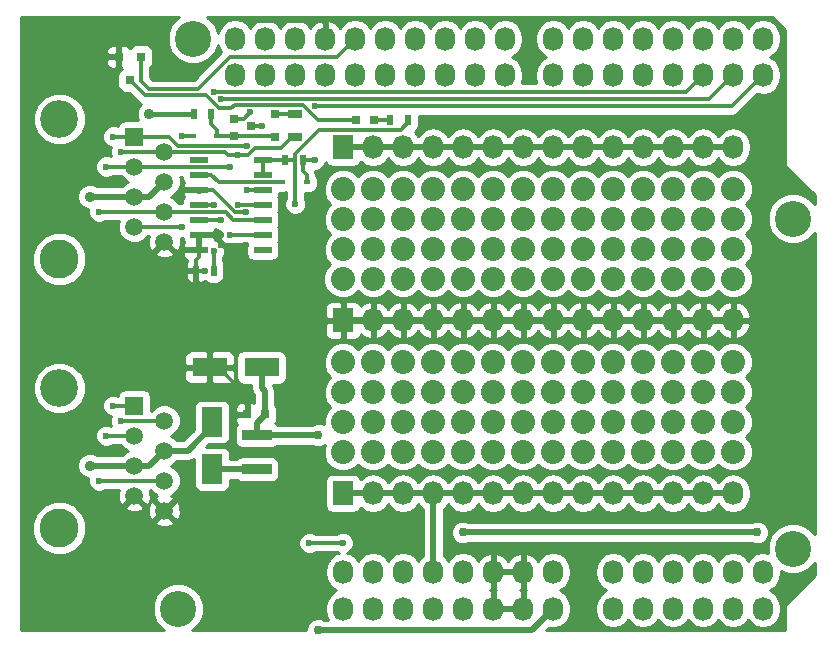
<source format=gbr>
G04 #@! TF.FileFunction,Copper,L1,Top,Signal*
%FSLAX46Y46*%
G04 Gerber Fmt 4.6, Leading zero omitted, Abs format (unit mm)*
G04 Created by KiCad (PCBNEW 4.0.1-stable) date Tue 12 Jul 2016 11:05:00 AM CEST*
%MOMM*%
G01*
G04 APERTURE LIST*
%ADD10C,0.100000*%
%ADD11R,2.999740X1.600200*%
%ADD12O,1.727200X2.032000*%
%ADD13R,0.800000X0.750000*%
%ADD14R,0.750000X0.800000*%
%ADD15R,1.800860X2.499360*%
%ADD16R,0.797560X0.797560*%
%ADD17R,0.590000X0.450000*%
%ADD18R,0.800100X0.800100*%
%ADD19R,0.500000X0.900000*%
%ADD20R,1.300000X0.700000*%
%ADD21R,2.500000X0.900000*%
%ADD22R,1.500000X0.600000*%
%ADD23R,1.727200X2.032000*%
%ADD24C,3.048000*%
%ADD25C,2.032000*%
%ADD26C,3.300000*%
%ADD27C,3.200000*%
%ADD28R,1.501140X1.501140*%
%ADD29C,1.501140*%
%ADD30C,0.750000*%
%ADD31C,0.600000*%
%ADD32C,0.900000*%
%ADD33C,0.508000*%
%ADD34C,0.304800*%
%ADD35C,0.203200*%
%ADD36C,0.381000*%
%ADD37C,0.254000*%
G04 APERTURE END LIST*
D10*
D11*
X21038820Y22959540D03*
X16639540Y22959540D03*
D12*
X27940000Y2540000D03*
X30480000Y2540000D03*
X33020000Y2540000D03*
X35560000Y2540000D03*
X38100000Y2540000D03*
X40640000Y2540000D03*
X43180000Y2540000D03*
X45720000Y2540000D03*
X50800000Y2540000D03*
X53340000Y2540000D03*
X55880000Y2540000D03*
X58420000Y2540000D03*
X60960000Y2540000D03*
X63500000Y2540000D03*
X18796000Y50787300D03*
X21336000Y50787300D03*
X23876000Y50787300D03*
X26416000Y50787300D03*
X28956000Y50787300D03*
X31496000Y50787300D03*
X34036000Y50787300D03*
X36576000Y50787300D03*
X39116000Y50787300D03*
X41656000Y50787300D03*
X45720000Y50800000D03*
X48260000Y50800000D03*
X50800000Y50800000D03*
X53340000Y50800000D03*
X55880000Y50800000D03*
X58420000Y50800000D03*
X60960000Y50800000D03*
X63500000Y50800000D03*
D13*
X21311300Y18992060D03*
X19811300Y18992060D03*
D14*
X18694400Y42531600D03*
X18694400Y44031600D03*
D15*
X16855440Y14338300D03*
X16855440Y18336260D03*
D16*
X30553660Y43922160D03*
X29055060Y43922160D03*
D17*
X15201000Y42519600D03*
X17311000Y42519600D03*
X22760040Y38638480D03*
X24870040Y38638480D03*
D18*
X10833140Y49263780D03*
X8933140Y49263780D03*
X9883140Y47264800D03*
X22184360Y42484000D03*
X22184360Y44384000D03*
X20185380Y43434000D03*
D19*
X33455040Y43922160D03*
X31955040Y43922160D03*
X15302800Y44399200D03*
X16802800Y44399200D03*
D20*
X23891240Y44379400D03*
X23891240Y42479400D03*
D19*
X15488220Y31160720D03*
X16988220Y31160720D03*
X23019320Y40533800D03*
X24519320Y40533800D03*
D21*
X20660360Y14334040D03*
X20660360Y17234040D03*
D22*
X15740400Y40538400D03*
X15740400Y39268400D03*
X15740400Y37998400D03*
X15740400Y36728400D03*
X15740400Y35458400D03*
X15740400Y34188400D03*
X15740400Y32918400D03*
X21140400Y32918400D03*
X21140400Y34188400D03*
X21140400Y35458400D03*
X21140400Y36728400D03*
X21140400Y37998400D03*
X21140400Y39268400D03*
X21140400Y40538400D03*
D23*
X27940000Y12298680D03*
D12*
X30480000Y12298680D03*
X33020000Y12298680D03*
X35560000Y12298680D03*
X38100000Y12298680D03*
X40640000Y12298680D03*
X43180000Y12298680D03*
X45720000Y12298680D03*
X48260000Y12298680D03*
X50800000Y12298680D03*
X53340000Y12298680D03*
X55880000Y12298680D03*
X58420000Y12298680D03*
X60960000Y12298680D03*
D23*
X27940000Y41602660D03*
D12*
X30480000Y41602660D03*
X33020000Y41602660D03*
X35560000Y41602660D03*
X38100000Y41602660D03*
X40640000Y41602660D03*
X43180000Y41602660D03*
X45720000Y41602660D03*
X48260000Y41602660D03*
X50800000Y41602660D03*
X53340000Y41602660D03*
X55880000Y41602660D03*
X58420000Y41602660D03*
X60960000Y41602660D03*
D23*
X27940000Y26951940D03*
D12*
X30480000Y26951940D03*
X33020000Y26951940D03*
X35560000Y26951940D03*
X38100000Y26951940D03*
X40640000Y26951940D03*
X43180000Y26951940D03*
X45720000Y26951940D03*
X48260000Y26951940D03*
X50800000Y26951940D03*
X53340000Y26951940D03*
X55880000Y26951940D03*
X58420000Y26951940D03*
X60960000Y26951940D03*
X27940000Y5638800D03*
X30480000Y5638800D03*
X33020000Y5638800D03*
X35560000Y5638800D03*
X38100000Y5638800D03*
X40640000Y5638800D03*
X43180000Y5638800D03*
X45720000Y5638800D03*
X50800000Y5638800D03*
X53340000Y5638800D03*
X55880000Y5638800D03*
X58420000Y5638800D03*
X60960000Y5638800D03*
X63500000Y5638800D03*
X18796000Y47713900D03*
X21336000Y47713900D03*
X23876000Y47713900D03*
X26416000Y47713900D03*
X28956000Y47713900D03*
X31496000Y47713900D03*
X34036000Y47713900D03*
X36576000Y47713900D03*
X39116000Y47713900D03*
X41656000Y47713900D03*
X45720000Y47701200D03*
X48260000Y47701200D03*
X50800000Y47701200D03*
X53340000Y47701200D03*
X55880000Y47701200D03*
X58420000Y47701200D03*
X60960000Y47701200D03*
X63500000Y47701200D03*
D24*
X66040000Y35560000D03*
X15240000Y50800000D03*
X66040000Y7620000D03*
X13970000Y2540000D03*
D25*
X27940000Y15801340D03*
X30480000Y15801340D03*
X33020000Y15801340D03*
X35560000Y15801340D03*
X38100000Y15801340D03*
X40640000Y15801340D03*
X43180000Y15801340D03*
X45720000Y15801340D03*
X48260000Y15801340D03*
X50800000Y15801340D03*
X53340000Y15801340D03*
X55880000Y15801340D03*
X58420000Y15801340D03*
X60960000Y15801340D03*
X27940000Y18341340D03*
X30480000Y18341340D03*
X33020000Y18341340D03*
X35560000Y18341340D03*
X38100000Y18341340D03*
X40640000Y18341340D03*
X43180000Y18341340D03*
X45720000Y18341340D03*
X48260000Y18341340D03*
X50800000Y18341340D03*
X53340000Y18341340D03*
X55880000Y18341340D03*
X58420000Y18341340D03*
X60960000Y18341340D03*
X27940000Y20881340D03*
X30480000Y20881340D03*
X33020000Y20881340D03*
X35560000Y20881340D03*
X38100000Y20881340D03*
X40640000Y20881340D03*
X43180000Y20881340D03*
X45720000Y20881340D03*
X48260000Y20881340D03*
X50800000Y20881340D03*
X53340000Y20881340D03*
X55880000Y20881340D03*
X58420000Y20881340D03*
X60960000Y20881340D03*
X27940000Y23421340D03*
X30480000Y23421340D03*
X33020000Y23421340D03*
X35560000Y23421340D03*
X38100000Y23421340D03*
X40640000Y23421340D03*
X43180000Y23421340D03*
X45720000Y23421340D03*
X48260000Y23421340D03*
X50800000Y23421340D03*
X53340000Y23421340D03*
X55880000Y23421340D03*
X58420000Y23421340D03*
X60960000Y23421340D03*
X27927300Y30454600D03*
X30480000Y30454600D03*
X33020000Y30454600D03*
X35560000Y30454600D03*
X38100000Y30454600D03*
X40640000Y30454600D03*
X43180000Y30454600D03*
X45720000Y30454600D03*
X48260000Y30454600D03*
X50800000Y30454600D03*
X53340000Y30454600D03*
X55880000Y30454600D03*
X58420000Y30454600D03*
X60960000Y30454600D03*
X27940000Y32994600D03*
X30480000Y32994600D03*
X33020000Y32994600D03*
X35560000Y32994600D03*
X38100000Y32994600D03*
X40640000Y32994600D03*
X43180000Y32994600D03*
X45720000Y32994600D03*
X48260000Y32994600D03*
X50800000Y32994600D03*
X53340000Y32994600D03*
X55880000Y32994600D03*
X58420000Y32994600D03*
X60960000Y32994600D03*
X27940000Y35534600D03*
X30480000Y35534600D03*
X33020000Y35534600D03*
X35560000Y35534600D03*
X38100000Y35534600D03*
X40640000Y35534600D03*
X43180000Y35534600D03*
X45720000Y35534600D03*
X48260000Y35534600D03*
X50800000Y35534600D03*
X53340000Y35534600D03*
X55880000Y35534600D03*
X58420000Y35534600D03*
X60960000Y35534600D03*
X27940000Y38074600D03*
X30480000Y38074600D03*
X33020000Y38074600D03*
X35560000Y38074600D03*
X38100000Y38074600D03*
X40640000Y38074600D03*
X43180000Y38074600D03*
X45720000Y38074600D03*
X48260000Y38074600D03*
X50800000Y38074600D03*
X53340000Y38074600D03*
X55880000Y38074600D03*
X58420000Y38074600D03*
X60960000Y38074600D03*
D26*
X3909060Y9340060D03*
D27*
X3909060Y21209480D03*
D28*
X10259060Y19723580D03*
D29*
X12799060Y18453580D03*
X10259060Y17183580D03*
X12799060Y15913580D03*
X10259060Y14643580D03*
X12799060Y13373580D03*
X10259060Y12103580D03*
X12799060Y10833580D03*
D26*
X3921760Y32123860D03*
D27*
X3921760Y43993280D03*
D28*
X10271760Y42507380D03*
D29*
X12811760Y41237380D03*
X10271760Y39967380D03*
X12811760Y38697380D03*
X10271760Y37427380D03*
X12811760Y36157380D03*
X10271760Y34887380D03*
X12811760Y33617380D03*
D30*
X63019940Y8987000D03*
X38094920Y8987000D03*
D31*
X25100280Y8103080D03*
X23898860Y36810160D03*
X27945080Y8110700D03*
D30*
X25834340Y17231840D03*
X25831800Y719300D03*
D31*
X26413460Y52260980D03*
X20063460Y52260980D03*
X20063460Y44564780D03*
X17637760Y33337980D03*
X19745960Y33337980D03*
X19745960Y36093880D03*
X16253460Y31161200D03*
X17645380Y34188880D03*
X14272260Y34887380D03*
X14272260Y42520080D03*
X25575260Y40538880D03*
X25575260Y45060080D03*
X7287260Y13373580D03*
X7287260Y36157380D03*
X9116060Y18453580D03*
X9116060Y41237380D03*
X19060160Y40919880D03*
X19060160Y36728880D03*
X7896860Y39967380D03*
X7896860Y17183580D03*
X18412460Y39903880D03*
X18412460Y34188880D03*
X8506460Y19723580D03*
X8506460Y42507380D03*
X19784060Y41719980D03*
X21041360Y43439560D03*
X19786600Y37998400D03*
X17612360Y35458880D03*
X17612360Y45669680D03*
X16990060Y32788860D03*
X16990060Y36728880D03*
X16990060Y46279280D03*
D32*
X11541760Y44399680D03*
X6512560Y14643580D03*
X6512560Y37427380D03*
D33*
X38094920Y8987000D02*
X63019940Y8987000D01*
X60960000Y41602660D02*
X58420000Y41602660D01*
X58420000Y41602660D02*
X55880000Y41602660D01*
X55880000Y41602660D02*
X53340000Y41602660D01*
X53340000Y41602660D02*
X50800000Y41602660D01*
X50800000Y41602660D02*
X48260000Y41602660D01*
X48260000Y41602660D02*
X45720000Y41602660D01*
X45720000Y41602660D02*
X43180000Y41602660D01*
X43180000Y41602660D02*
X40640000Y41602660D01*
X40640000Y41602660D02*
X38100000Y41602660D01*
X38100000Y41602660D02*
X35560000Y41602660D01*
X35560000Y41602660D02*
X33020000Y41602660D01*
X33020000Y41602660D02*
X30480000Y41602660D01*
X30480000Y41602660D02*
X27940000Y41602660D01*
D34*
X23898860Y40533800D02*
X23019320Y40533800D01*
X23898860Y36810160D02*
X23898860Y40533800D01*
X23898860Y40533800D02*
X23898860Y41044340D01*
X32819340Y43081420D02*
X33455040Y43717120D01*
X25935940Y43081420D02*
X32819340Y43081420D01*
X23898860Y41044340D02*
X25935940Y43081420D01*
X33455040Y43717120D02*
X33455040Y43922160D01*
X23019320Y40533800D02*
X23019320Y40324160D01*
D33*
X35560000Y5638800D02*
X35560000Y12298680D01*
D34*
X25100280Y8103080D02*
X27937460Y8103080D01*
X27937460Y8103080D02*
X27945080Y8110700D01*
X21140400Y39268400D02*
X21140400Y40538400D01*
X23019320Y40533800D02*
X21142940Y40535860D01*
X21142940Y40535860D02*
X21140400Y40538400D01*
D33*
X60960000Y12298680D02*
X58420000Y12298680D01*
X58420000Y12298680D02*
X55880000Y12298680D01*
X55880000Y12298680D02*
X53340000Y12298680D01*
X53340000Y12298680D02*
X50800000Y12298680D01*
X50800000Y12298680D02*
X48260000Y12298680D01*
X48260000Y12298680D02*
X45720000Y12298680D01*
X45720000Y12298680D02*
X43180000Y12298680D01*
X43180000Y12298680D02*
X40640000Y12298680D01*
X40640000Y12298680D02*
X38100000Y12298680D01*
X38100000Y12298680D02*
X35560000Y12298680D01*
X35560000Y12298680D02*
X33020000Y12298680D01*
X33020000Y12298680D02*
X30480000Y12298680D01*
X30480000Y12298680D02*
X27940000Y12298680D01*
X45720000Y2540000D02*
X43899300Y719300D01*
X25834340Y17231840D02*
X20662560Y17231840D01*
X43899300Y719300D02*
X25831800Y719300D01*
X20662560Y17231840D02*
X20660360Y17234040D01*
X20660360Y17234040D02*
X20660360Y18275780D01*
X20660360Y18275780D02*
X21311300Y18926720D01*
X21311300Y18926720D02*
X21311300Y18992060D01*
X21038820Y22959540D02*
X21038820Y21227260D01*
X21311300Y20954780D02*
X21311300Y18992060D01*
X21038820Y21227260D02*
X21311300Y20954780D01*
D34*
X18694400Y44031600D02*
X19530280Y44031600D01*
X20063460Y52260980D02*
X26413460Y52260980D01*
X19530280Y44031600D02*
X20063460Y44564780D01*
X19745960Y33337980D02*
X17637760Y33337980D01*
X18806160Y36093880D02*
X19745960Y36093880D01*
X16901640Y37998400D02*
X18806160Y36093880D01*
X15740400Y37998400D02*
X16901640Y37998400D01*
X19811300Y18992060D02*
X19811300Y20498980D01*
X19811300Y20498980D02*
X17350740Y22959540D01*
X17350740Y22959540D02*
X16639540Y22959540D01*
X15740400Y34188400D02*
X17644900Y34188400D01*
X16253460Y31161200D02*
X15488700Y31161200D01*
X17644900Y34188400D02*
X17645380Y34188880D01*
X15488700Y31161200D02*
X15488220Y31160720D01*
X15488220Y31160720D02*
X15488220Y32059660D01*
X15740400Y32311840D02*
X15740400Y32918400D01*
X15488220Y32059660D02*
X15740400Y32311840D01*
D33*
X60960000Y26951940D02*
X58420000Y26951940D01*
X58420000Y26951940D02*
X55880000Y26951940D01*
X55880000Y26951940D02*
X53340000Y26951940D01*
X53340000Y26951940D02*
X50800000Y26951940D01*
X50800000Y26951940D02*
X48260000Y26951940D01*
X48260000Y26951940D02*
X45720000Y26951940D01*
X45720000Y26951940D02*
X43180000Y26951940D01*
X43180000Y26951940D02*
X40640000Y26951940D01*
X40640000Y26951940D02*
X38100000Y26951940D01*
X38100000Y26951940D02*
X35560000Y26951940D01*
X35560000Y26951940D02*
X33020000Y26951940D01*
X33020000Y26951940D02*
X30480000Y26951940D01*
X30480000Y26951940D02*
X27940000Y26951940D01*
D34*
X18694400Y42531600D02*
X22136760Y42531600D01*
X22136760Y42531600D02*
X22184360Y42484000D01*
X17311000Y42519600D02*
X18682400Y42519600D01*
X18682400Y42519600D02*
X18694400Y42531600D01*
X16802800Y44399200D02*
X16802800Y43573000D01*
X17311000Y43064800D02*
X17311000Y42519600D01*
X16802800Y43573000D02*
X17311000Y43064800D01*
D33*
X20660360Y14334040D02*
X20656100Y14338300D01*
X20656100Y14338300D02*
X16855440Y14338300D01*
D34*
X31955040Y43922160D02*
X30553660Y43922160D01*
X29055060Y43922160D02*
X25824180Y43922160D01*
X18768060Y45187080D02*
X18481040Y44900060D01*
X24559260Y45187080D02*
X18768060Y45187080D01*
X25824180Y43922160D02*
X24559260Y45187080D01*
X9883140Y47264800D02*
X11163300Y45984640D01*
X18481040Y44900060D02*
X17457420Y44900060D01*
X11163300Y45984640D02*
X16372840Y45984640D01*
X16372840Y45984640D02*
X17457420Y44900060D01*
X15201000Y42519600D02*
X14272740Y42519600D01*
X14272260Y34887380D02*
X10271760Y34887380D01*
X14272740Y42519600D02*
X14272260Y42520080D01*
X22760040Y38638480D02*
X17406620Y38638480D01*
X16776700Y39268400D02*
X15740400Y39268400D01*
X17406620Y38638480D02*
X16776700Y39268400D01*
X25575260Y45060080D02*
X60858880Y45060080D01*
X60858880Y45060080D02*
X63500000Y47701200D01*
X24519320Y40533800D02*
X24519320Y39575520D01*
X24870040Y39224800D02*
X24870040Y38638480D01*
X24519320Y39575520D02*
X24870040Y39224800D01*
X25575260Y40538880D02*
X24519320Y40533800D01*
X12811760Y36157380D02*
X7287260Y36157380D01*
X7287260Y13373580D02*
X12799060Y13373580D01*
X21140400Y35458400D02*
X18654240Y35458400D01*
X18018760Y36093880D02*
X12875260Y36093880D01*
X18654240Y35458400D02*
X18018760Y36093880D01*
X12875260Y36093880D02*
X12811760Y36157380D01*
X12811760Y41237380D02*
X9116060Y41237380D01*
X9116060Y18453580D02*
X12799060Y18453580D01*
X21140400Y36728400D02*
X19060640Y36728400D01*
X19060640Y36728400D02*
X19060160Y36728880D01*
X12811760Y41237380D02*
X17917160Y41237380D01*
X17917160Y41237380D02*
X18234660Y40919880D01*
X18234660Y40919880D02*
X19060160Y40919880D01*
X22666960Y41554880D02*
X23591480Y42479400D01*
X19060160Y40919880D02*
X19860260Y40919880D01*
X19860260Y40919880D02*
X20495260Y41554880D01*
X20495260Y41554880D02*
X22666960Y41554880D01*
X23591480Y42479400D02*
X23891240Y42479400D01*
X23578780Y42479400D02*
X23891240Y42479400D01*
X20708140Y36728400D02*
X21140400Y36728400D01*
X23891240Y42479400D02*
X23586400Y42479400D01*
X10271760Y39967380D02*
X7896860Y39967380D01*
X7896860Y17183580D02*
X10259060Y17183580D01*
X21140400Y34188400D02*
X18412940Y34188400D01*
X18412460Y39903880D02*
X10335260Y39903880D01*
X18412940Y34188400D02*
X18412460Y34188880D01*
X10335260Y39903880D02*
X10271760Y39967380D01*
D35*
X21139920Y34188880D02*
X21140400Y34188400D01*
D34*
X10271760Y42507380D02*
X8506460Y42507380D01*
X8506460Y19723580D02*
X10259060Y19723580D01*
X10271760Y42507380D02*
X13167360Y42507380D01*
X13954760Y41719980D02*
X19784060Y41719980D01*
X13167360Y42507380D02*
X13954760Y41719980D01*
X20185380Y43434000D02*
X21035800Y43434000D01*
X21035800Y43434000D02*
X21041360Y43439560D01*
X20185860Y43434480D02*
X21041360Y43439560D01*
X20185860Y43434480D02*
X20185380Y43434000D01*
X21140400Y37998400D02*
X19786600Y37998400D01*
X10833140Y49263780D02*
X10833140Y47216500D01*
X15631160Y46543440D02*
X18336260Y49248540D01*
X11506200Y46543440D02*
X15631160Y46543440D01*
X10833140Y47216500D02*
X11506200Y46543440D01*
X28956000Y50787300D02*
X27417240Y49248540D01*
X27417240Y49248540D02*
X18336260Y49248540D01*
X17612360Y45669680D02*
X58928480Y45669680D01*
X58928480Y45669680D02*
X60960000Y47701200D01*
X17612360Y35456340D02*
X15740400Y35458400D01*
X17612360Y35458880D02*
X17612360Y35456340D01*
X16990060Y46279280D02*
X56998080Y46279280D01*
X56998080Y46279280D02*
X58420000Y47701200D01*
X16988220Y31160720D02*
X16988220Y32787020D01*
X16988220Y32787020D02*
X16990060Y32788860D01*
X16990060Y36728880D02*
X15740400Y36728400D01*
X22184360Y44384000D02*
X23886640Y44384000D01*
X23886640Y44384000D02*
X23891240Y44379400D01*
X23891240Y44379400D02*
X23616960Y44379400D01*
D36*
X11541760Y44399680D02*
X15302320Y44399680D01*
X15302320Y44399680D02*
X15302800Y44399200D01*
D33*
X10271760Y37427380D02*
X6512560Y37427380D01*
X6512560Y14643580D02*
X10259060Y14643580D01*
X12799060Y15913580D02*
X14780260Y15913580D01*
X14780260Y15913580D02*
X16855440Y17988760D01*
X16855440Y17988760D02*
X16855440Y18336260D01*
X10259060Y14643580D02*
X11529060Y14643580D01*
X11529060Y14643580D02*
X12799060Y15913580D01*
X10271760Y37427380D02*
X11541760Y37427380D01*
X11541760Y37427380D02*
X12811760Y38697380D01*
D34*
X15302800Y44595960D02*
X15302800Y44399200D01*
D37*
G36*
X13410756Y52024572D02*
X13081376Y51231336D01*
X13080626Y50372433D01*
X13408622Y49578623D01*
X14015428Y48970756D01*
X14808664Y48641376D01*
X15667567Y48640626D01*
X16461377Y48968622D01*
X17069244Y49575428D01*
X17361640Y50279597D01*
X17411474Y50029066D01*
X17648500Y49674332D01*
X15305008Y47330840D01*
X11832352Y47330840D01*
X11620540Y47542652D01*
X11620540Y48358399D01*
X11684631Y48399640D01*
X11829621Y48611840D01*
X11880630Y48863730D01*
X11880630Y49663830D01*
X11836352Y49899147D01*
X11697280Y50115271D01*
X11485080Y50260261D01*
X11233190Y50311270D01*
X10433090Y50311270D01*
X10197773Y50266992D01*
X9981649Y50127920D01*
X9886163Y49988171D01*
X9871517Y50023529D01*
X9692888Y50202157D01*
X9459499Y50298830D01*
X9218890Y50298830D01*
X9060140Y50140080D01*
X9060140Y49390780D01*
X9080140Y49390780D01*
X9080140Y49136780D01*
X9060140Y49136780D01*
X9060140Y48387480D01*
X9206297Y48241323D01*
X9031649Y48128940D01*
X8886659Y47916740D01*
X8835650Y47664850D01*
X8835650Y46864750D01*
X8879928Y46629433D01*
X9019000Y46413309D01*
X9231200Y46268319D01*
X9483090Y46217310D01*
X9817078Y46217310D01*
X10606524Y45427864D01*
X10861975Y45257177D01*
X10864492Y45256676D01*
X10622478Y45015085D01*
X10456949Y44616447D01*
X10456572Y44184807D01*
X10572025Y43905390D01*
X9521190Y43905390D01*
X9285873Y43861112D01*
X9069749Y43722040D01*
X8924759Y43509840D01*
X8894171Y43358792D01*
X8693259Y43442218D01*
X8321293Y43442542D01*
X7977517Y43300497D01*
X7714268Y43037707D01*
X7571622Y42694179D01*
X7571298Y42322213D01*
X7713343Y41978437D01*
X7976133Y41715188D01*
X8254127Y41599754D01*
X8181222Y41424179D01*
X8180898Y41052213D01*
X8275849Y40822413D01*
X8083659Y40902218D01*
X7711693Y40902542D01*
X7367917Y40760497D01*
X7104668Y40497707D01*
X6962022Y40154179D01*
X6961698Y39782213D01*
X7103743Y39438437D01*
X7366533Y39175188D01*
X7710061Y39032542D01*
X8082027Y39032218D01*
X8425803Y39174263D01*
X8431530Y39179980D01*
X9100003Y39179980D01*
X9485873Y38793436D01*
X9717141Y38697405D01*
X9487923Y38602694D01*
X9201109Y38316380D01*
X7158194Y38316380D01*
X7127965Y38346662D01*
X6729327Y38512191D01*
X6297687Y38512568D01*
X5898760Y38347734D01*
X5593278Y38042785D01*
X5427749Y37644147D01*
X5427372Y37212507D01*
X5592206Y36813580D01*
X5897155Y36508098D01*
X6295793Y36342569D01*
X6352421Y36342520D01*
X6352098Y35972213D01*
X6494143Y35628437D01*
X6756933Y35365188D01*
X7100461Y35222542D01*
X7472427Y35222218D01*
X7816203Y35364263D01*
X7821930Y35369980D01*
X8971880Y35369980D01*
X8886431Y35164196D01*
X8885950Y34612982D01*
X9096446Y34103543D01*
X9485873Y33713436D01*
X9994944Y33502051D01*
X10546158Y33501570D01*
X11055597Y33712066D01*
X11444188Y34099980D01*
X11512812Y34099980D01*
X11413993Y33822346D01*
X11441955Y33271842D01*
X11598829Y32893115D01*
X11839830Y32825055D01*
X12632155Y33617380D01*
X12618013Y33631522D01*
X12797618Y33811127D01*
X12811760Y33796985D01*
X12825903Y33811127D01*
X13005508Y33631522D01*
X12991365Y33617380D01*
X13783690Y32825055D01*
X14024691Y32893115D01*
X14209527Y33412414D01*
X14182096Y33952458D01*
X14405014Y33952264D01*
X14355400Y33902650D01*
X14355400Y33762090D01*
X14441842Y33553400D01*
X14355400Y33344710D01*
X14355400Y33204150D01*
X14514150Y33045400D01*
X15613400Y33045400D01*
X15613400Y34061400D01*
X15593400Y34061400D01*
X15593400Y34315400D01*
X15613400Y34315400D01*
X15613400Y34335400D01*
X15867400Y34335400D01*
X15867400Y34315400D01*
X16966650Y34315400D01*
X17125400Y34474150D01*
X17125400Y34614710D01*
X17108406Y34655737D01*
X17425561Y34524042D01*
X17539187Y34523943D01*
X17477622Y34375679D01*
X17477298Y34003713D01*
X17619343Y33659937D01*
X17882133Y33396688D01*
X18225661Y33254042D01*
X18597627Y33253718D01*
X18941403Y33395763D01*
X18946649Y33401000D01*
X19779937Y33401000D01*
X19742960Y33218400D01*
X19742960Y32618400D01*
X19787238Y32383083D01*
X19926310Y32166959D01*
X20138510Y32021969D01*
X20390400Y31970960D01*
X21890400Y31970960D01*
X22125717Y32015238D01*
X22341841Y32154310D01*
X22486831Y32366510D01*
X22537840Y32618400D01*
X22537840Y33218400D01*
X22493562Y33453717D01*
X22429722Y33552928D01*
X22486831Y33636510D01*
X22537840Y33888400D01*
X22537840Y34488400D01*
X22493562Y34723717D01*
X22429722Y34822928D01*
X22486831Y34906510D01*
X22537840Y35158400D01*
X22537840Y35758400D01*
X22493562Y35993717D01*
X22429722Y36092928D01*
X22486831Y36176510D01*
X22537840Y36428400D01*
X22537840Y37028400D01*
X22493562Y37263717D01*
X22429722Y37362928D01*
X22486831Y37446510D01*
X22537840Y37698400D01*
X22537840Y37766040D01*
X23055040Y37766040D01*
X23111460Y37776656D01*
X23111460Y37345271D01*
X23106668Y37340487D01*
X22964022Y36996959D01*
X22963698Y36624993D01*
X23105743Y36281217D01*
X23368533Y36017968D01*
X23712061Y35875322D01*
X24084027Y35874998D01*
X24427803Y36017043D01*
X24691052Y36279833D01*
X24833698Y36623361D01*
X24834022Y36995327D01*
X24691977Y37339103D01*
X24686260Y37344830D01*
X24686260Y37766040D01*
X25165040Y37766040D01*
X25400357Y37810318D01*
X25616481Y37949390D01*
X25761471Y38161590D01*
X25812480Y38413480D01*
X25812480Y38863480D01*
X25768202Y39098797D01*
X25644160Y39291564D01*
X25597503Y39526125D01*
X25545532Y39603905D01*
X25760427Y39603718D01*
X26104203Y39745763D01*
X26367452Y40008553D01*
X26495455Y40316817D01*
X26612310Y40135219D01*
X26824510Y39990229D01*
X27076400Y39939220D01*
X28803600Y39939220D01*
X29038917Y39983498D01*
X29255041Y40122570D01*
X29400031Y40334770D01*
X29408400Y40376099D01*
X29420330Y40358245D01*
X29906511Y40033389D01*
X30480000Y39919315D01*
X31053489Y40033389D01*
X31539670Y40358245D01*
X31750000Y40673026D01*
X31960330Y40358245D01*
X32446511Y40033389D01*
X33020000Y39919315D01*
X33593489Y40033389D01*
X34079670Y40358245D01*
X34290000Y40673026D01*
X34500330Y40358245D01*
X34986511Y40033389D01*
X35560000Y39919315D01*
X36133489Y40033389D01*
X36619670Y40358245D01*
X36830000Y40673026D01*
X37040330Y40358245D01*
X37526511Y40033389D01*
X38100000Y39919315D01*
X38673489Y40033389D01*
X39159670Y40358245D01*
X39370000Y40673026D01*
X39580330Y40358245D01*
X40066511Y40033389D01*
X40640000Y39919315D01*
X41213489Y40033389D01*
X41699670Y40358245D01*
X41910000Y40673026D01*
X42120330Y40358245D01*
X42606511Y40033389D01*
X43180000Y39919315D01*
X43753489Y40033389D01*
X44239670Y40358245D01*
X44450000Y40673026D01*
X44660330Y40358245D01*
X45146511Y40033389D01*
X45720000Y39919315D01*
X46293489Y40033389D01*
X46779670Y40358245D01*
X46990000Y40673026D01*
X47200330Y40358245D01*
X47686511Y40033389D01*
X48260000Y39919315D01*
X48833489Y40033389D01*
X49319670Y40358245D01*
X49530000Y40673026D01*
X49740330Y40358245D01*
X50226511Y40033389D01*
X50800000Y39919315D01*
X51373489Y40033389D01*
X51859670Y40358245D01*
X52070000Y40673026D01*
X52280330Y40358245D01*
X52766511Y40033389D01*
X53340000Y39919315D01*
X53913489Y40033389D01*
X54399670Y40358245D01*
X54610000Y40673026D01*
X54820330Y40358245D01*
X55306511Y40033389D01*
X55880000Y39919315D01*
X56453489Y40033389D01*
X56939670Y40358245D01*
X57150000Y40673026D01*
X57360330Y40358245D01*
X57846511Y40033389D01*
X58420000Y39919315D01*
X58993489Y40033389D01*
X59479670Y40358245D01*
X59690000Y40673026D01*
X59900330Y40358245D01*
X60386511Y40033389D01*
X60960000Y39919315D01*
X61533489Y40033389D01*
X62019670Y40358245D01*
X62344526Y40844426D01*
X62458600Y41417915D01*
X62458600Y41787405D01*
X62344526Y42360894D01*
X62019670Y42847075D01*
X61533489Y43171931D01*
X60960000Y43286005D01*
X60386511Y43171931D01*
X59900330Y42847075D01*
X59690000Y42532294D01*
X59479670Y42847075D01*
X58993489Y43171931D01*
X58420000Y43286005D01*
X57846511Y43171931D01*
X57360330Y42847075D01*
X57150000Y42532294D01*
X56939670Y42847075D01*
X56453489Y43171931D01*
X55880000Y43286005D01*
X55306511Y43171931D01*
X54820330Y42847075D01*
X54610000Y42532294D01*
X54399670Y42847075D01*
X53913489Y43171931D01*
X53340000Y43286005D01*
X52766511Y43171931D01*
X52280330Y42847075D01*
X52070000Y42532294D01*
X51859670Y42847075D01*
X51373489Y43171931D01*
X50800000Y43286005D01*
X50226511Y43171931D01*
X49740330Y42847075D01*
X49530000Y42532294D01*
X49319670Y42847075D01*
X48833489Y43171931D01*
X48260000Y43286005D01*
X47686511Y43171931D01*
X47200330Y42847075D01*
X46990000Y42532294D01*
X46779670Y42847075D01*
X46293489Y43171931D01*
X45720000Y43286005D01*
X45146511Y43171931D01*
X44660330Y42847075D01*
X44450000Y42532294D01*
X44239670Y42847075D01*
X43753489Y43171931D01*
X43180000Y43286005D01*
X42606511Y43171931D01*
X42120330Y42847075D01*
X41910000Y42532294D01*
X41699670Y42847075D01*
X41213489Y43171931D01*
X40640000Y43286005D01*
X40066511Y43171931D01*
X39580330Y42847075D01*
X39370000Y42532294D01*
X39159670Y42847075D01*
X38673489Y43171931D01*
X38100000Y43286005D01*
X37526511Y43171931D01*
X37040330Y42847075D01*
X36830000Y42532294D01*
X36619670Y42847075D01*
X36133489Y43171931D01*
X35560000Y43286005D01*
X34986511Y43171931D01*
X34500330Y42847075D01*
X34290000Y42532294D01*
X34079670Y42847075D01*
X33994611Y42903910D01*
X34156481Y43008070D01*
X34301471Y43220270D01*
X34352480Y43472160D01*
X34352480Y44272680D01*
X60858880Y44272680D01*
X61160205Y44332617D01*
X61415656Y44503304D01*
X63024742Y46112390D01*
X63500000Y46017855D01*
X64073489Y46131929D01*
X64559670Y46456785D01*
X64884526Y46942966D01*
X64998600Y47516455D01*
X64998600Y47885945D01*
X64884526Y48459434D01*
X64559670Y48945615D01*
X64103228Y49250600D01*
X64559670Y49555585D01*
X64884526Y50041766D01*
X64998600Y50615255D01*
X64998600Y50984745D01*
X64884526Y51558234D01*
X64559670Y52044415D01*
X64073489Y52369271D01*
X63500000Y52483345D01*
X62926511Y52369271D01*
X62440330Y52044415D01*
X62230000Y51729634D01*
X62019670Y52044415D01*
X61533489Y52369271D01*
X60960000Y52483345D01*
X60386511Y52369271D01*
X59900330Y52044415D01*
X59690000Y51729634D01*
X59479670Y52044415D01*
X58993489Y52369271D01*
X58420000Y52483345D01*
X57846511Y52369271D01*
X57360330Y52044415D01*
X57150000Y51729634D01*
X56939670Y52044415D01*
X56453489Y52369271D01*
X55880000Y52483345D01*
X55306511Y52369271D01*
X54820330Y52044415D01*
X54610000Y51729634D01*
X54399670Y52044415D01*
X53913489Y52369271D01*
X53340000Y52483345D01*
X52766511Y52369271D01*
X52280330Y52044415D01*
X52070000Y51729634D01*
X51859670Y52044415D01*
X51373489Y52369271D01*
X50800000Y52483345D01*
X50226511Y52369271D01*
X49740330Y52044415D01*
X49530000Y51729634D01*
X49319670Y52044415D01*
X48833489Y52369271D01*
X48260000Y52483345D01*
X47686511Y52369271D01*
X47200330Y52044415D01*
X46990000Y51729634D01*
X46779670Y52044415D01*
X46293489Y52369271D01*
X45720000Y52483345D01*
X45146511Y52369271D01*
X44660330Y52044415D01*
X44335474Y51558234D01*
X44221400Y50984745D01*
X44221400Y50615255D01*
X44335474Y50041766D01*
X44660330Y49555585D01*
X45116772Y49250600D01*
X44660330Y48945615D01*
X44335474Y48459434D01*
X44221400Y47885945D01*
X44221400Y47516455D01*
X44310866Y47066680D01*
X43062608Y47066680D01*
X43154600Y47529155D01*
X43154600Y47898645D01*
X43040526Y48472134D01*
X42715670Y48958315D01*
X42278235Y49250600D01*
X42715670Y49542885D01*
X43040526Y50029066D01*
X43154600Y50602555D01*
X43154600Y50972045D01*
X43040526Y51545534D01*
X42715670Y52031715D01*
X42229489Y52356571D01*
X41656000Y52470645D01*
X41082511Y52356571D01*
X40596330Y52031715D01*
X40386000Y51716934D01*
X40175670Y52031715D01*
X39689489Y52356571D01*
X39116000Y52470645D01*
X38542511Y52356571D01*
X38056330Y52031715D01*
X37846000Y51716934D01*
X37635670Y52031715D01*
X37149489Y52356571D01*
X36576000Y52470645D01*
X36002511Y52356571D01*
X35516330Y52031715D01*
X35306000Y51716934D01*
X35095670Y52031715D01*
X34609489Y52356571D01*
X34036000Y52470645D01*
X33462511Y52356571D01*
X32976330Y52031715D01*
X32766000Y51716934D01*
X32555670Y52031715D01*
X32069489Y52356571D01*
X31496000Y52470645D01*
X30922511Y52356571D01*
X30436330Y52031715D01*
X30226000Y51716934D01*
X30015670Y52031715D01*
X29529489Y52356571D01*
X28956000Y52470645D01*
X28382511Y52356571D01*
X27896330Y52031715D01*
X27689539Y51722231D01*
X27318036Y52138032D01*
X26790791Y52392009D01*
X26775026Y52394658D01*
X26543000Y52273517D01*
X26543000Y50914300D01*
X26563000Y50914300D01*
X26563000Y50660300D01*
X26543000Y50660300D01*
X26543000Y50640300D01*
X26289000Y50640300D01*
X26289000Y50660300D01*
X26269000Y50660300D01*
X26269000Y50914300D01*
X26289000Y50914300D01*
X26289000Y52273517D01*
X26056974Y52394658D01*
X26041209Y52392009D01*
X25513964Y52138032D01*
X25142461Y51722231D01*
X24935670Y52031715D01*
X24449489Y52356571D01*
X23876000Y52470645D01*
X23302511Y52356571D01*
X22816330Y52031715D01*
X22606000Y51716934D01*
X22395670Y52031715D01*
X21909489Y52356571D01*
X21336000Y52470645D01*
X20762511Y52356571D01*
X20276330Y52031715D01*
X20066000Y51716934D01*
X19855670Y52031715D01*
X19369489Y52356571D01*
X18796000Y52470645D01*
X18222511Y52356571D01*
X17736330Y52031715D01*
X17411474Y51545534D01*
X17364848Y51311127D01*
X17071378Y52021377D01*
X16464572Y52629244D01*
X16462751Y52630000D01*
X64221908Y52630000D01*
X65330000Y51521909D01*
X65330000Y40386000D01*
X65384046Y40114295D01*
X65537954Y39883954D01*
X67870000Y37551909D01*
X67870000Y36782757D01*
X67264572Y37389244D01*
X66471336Y37718624D01*
X65612433Y37719374D01*
X64818623Y37391378D01*
X64210756Y36784572D01*
X63881376Y35991336D01*
X63880626Y35132433D01*
X64208622Y34338623D01*
X64815428Y33730756D01*
X65608664Y33401376D01*
X66467567Y33400626D01*
X67261377Y33728622D01*
X67869244Y34335428D01*
X67870000Y34337249D01*
X67870000Y8842757D01*
X67264572Y9449244D01*
X66471336Y9778624D01*
X65612433Y9779374D01*
X64818623Y9451378D01*
X64210756Y8844572D01*
X63881376Y8051336D01*
X63880673Y7246424D01*
X63500000Y7322145D01*
X62926511Y7208071D01*
X62440330Y6883215D01*
X62230000Y6568434D01*
X62019670Y6883215D01*
X61533489Y7208071D01*
X60960000Y7322145D01*
X60386511Y7208071D01*
X59900330Y6883215D01*
X59690000Y6568434D01*
X59479670Y6883215D01*
X58993489Y7208071D01*
X58420000Y7322145D01*
X57846511Y7208071D01*
X57360330Y6883215D01*
X57150000Y6568434D01*
X56939670Y6883215D01*
X56453489Y7208071D01*
X55880000Y7322145D01*
X55306511Y7208071D01*
X54820330Y6883215D01*
X54610000Y6568434D01*
X54399670Y6883215D01*
X53913489Y7208071D01*
X53340000Y7322145D01*
X52766511Y7208071D01*
X52280330Y6883215D01*
X52070000Y6568434D01*
X51859670Y6883215D01*
X51373489Y7208071D01*
X50800000Y7322145D01*
X50226511Y7208071D01*
X49740330Y6883215D01*
X49415474Y6397034D01*
X49301400Y5823545D01*
X49301400Y5454055D01*
X49415474Y4880566D01*
X49740330Y4394385D01*
X50196772Y4089400D01*
X49740330Y3784415D01*
X49415474Y3298234D01*
X49301400Y2724745D01*
X49301400Y2355255D01*
X49415474Y1781766D01*
X49740330Y1295585D01*
X50226511Y970729D01*
X50800000Y856655D01*
X51373489Y970729D01*
X51859670Y1295585D01*
X52070000Y1610366D01*
X52280330Y1295585D01*
X52766511Y970729D01*
X53340000Y856655D01*
X53913489Y970729D01*
X54399670Y1295585D01*
X54610000Y1610366D01*
X54820330Y1295585D01*
X55306511Y970729D01*
X55880000Y856655D01*
X56453489Y970729D01*
X56939670Y1295585D01*
X57150000Y1610366D01*
X57360330Y1295585D01*
X57846511Y970729D01*
X58420000Y856655D01*
X58993489Y970729D01*
X59479670Y1295585D01*
X59690000Y1610366D01*
X59900330Y1295585D01*
X60386511Y970729D01*
X60960000Y856655D01*
X61533489Y970729D01*
X62019670Y1295585D01*
X62230000Y1610366D01*
X62440330Y1295585D01*
X62926511Y970729D01*
X63500000Y856655D01*
X64073489Y970729D01*
X64559670Y1295585D01*
X64884526Y1781766D01*
X64998600Y2355255D01*
X64998600Y2724745D01*
X64884526Y3298234D01*
X64559670Y3784415D01*
X64103228Y4089400D01*
X64559670Y4394385D01*
X64884526Y4880566D01*
X64998600Y5454055D01*
X64998600Y5714696D01*
X65608664Y5461376D01*
X66467567Y5460626D01*
X67261377Y5788622D01*
X67869244Y6395428D01*
X67870000Y6397249D01*
X67870000Y5374091D01*
X65537954Y3042046D01*
X65384046Y2811705D01*
X65330000Y2540000D01*
X65330000Y710000D01*
X45147236Y710000D01*
X45364587Y927351D01*
X45720000Y856655D01*
X46293489Y970729D01*
X46779670Y1295585D01*
X47104526Y1781766D01*
X47218600Y2355255D01*
X47218600Y2724745D01*
X47104526Y3298234D01*
X46779670Y3784415D01*
X46323228Y4089400D01*
X46779670Y4394385D01*
X47104526Y4880566D01*
X47218600Y5454055D01*
X47218600Y5823545D01*
X47104526Y6397034D01*
X46779670Y6883215D01*
X46293489Y7208071D01*
X45720000Y7322145D01*
X45146511Y7208071D01*
X44660330Y6883215D01*
X44453539Y6573731D01*
X44082036Y6989532D01*
X43554791Y7243509D01*
X43539026Y7246158D01*
X43307000Y7125017D01*
X43307000Y5765800D01*
X43327000Y5765800D01*
X43327000Y5511800D01*
X43307000Y5511800D01*
X43307000Y4152583D01*
X43428017Y4089400D01*
X43307000Y4026217D01*
X43307000Y2667000D01*
X43327000Y2667000D01*
X43327000Y2413000D01*
X43307000Y2413000D01*
X43307000Y2393000D01*
X43053000Y2393000D01*
X43053000Y2413000D01*
X40767000Y2413000D01*
X40767000Y2393000D01*
X40513000Y2393000D01*
X40513000Y2413000D01*
X40493000Y2413000D01*
X40493000Y2667000D01*
X40513000Y2667000D01*
X40513000Y4026217D01*
X40391983Y4089400D01*
X40513000Y4152583D01*
X40513000Y5511800D01*
X40767000Y5511800D01*
X40767000Y4152583D01*
X40888017Y4089400D01*
X40767000Y4026217D01*
X40767000Y2667000D01*
X43053000Y2667000D01*
X43053000Y4026217D01*
X42931983Y4089400D01*
X43053000Y4152583D01*
X43053000Y5511800D01*
X40767000Y5511800D01*
X40513000Y5511800D01*
X40493000Y5511800D01*
X40493000Y5765800D01*
X40513000Y5765800D01*
X40513000Y7125017D01*
X40767000Y7125017D01*
X40767000Y5765800D01*
X43053000Y5765800D01*
X43053000Y7125017D01*
X42820974Y7246158D01*
X42805209Y7243509D01*
X42277964Y6989532D01*
X41910000Y6577692D01*
X41542036Y6989532D01*
X41014791Y7243509D01*
X40999026Y7246158D01*
X40767000Y7125017D01*
X40513000Y7125017D01*
X40280974Y7246158D01*
X40265209Y7243509D01*
X39737964Y6989532D01*
X39366461Y6573731D01*
X39159670Y6883215D01*
X38673489Y7208071D01*
X38100000Y7322145D01*
X37526511Y7208071D01*
X37040330Y6883215D01*
X36830000Y6568434D01*
X36619670Y6883215D01*
X36449000Y6997253D01*
X36449000Y8786980D01*
X37084745Y8786980D01*
X37238184Y8415628D01*
X37522054Y8131263D01*
X37893137Y7977176D01*
X38294940Y7976825D01*
X38588207Y8098000D01*
X62527180Y8098000D01*
X62818157Y7977176D01*
X63219960Y7976825D01*
X63591312Y8130264D01*
X63875677Y8414134D01*
X64029764Y8785217D01*
X64030115Y9187020D01*
X63876676Y9558372D01*
X63592806Y9842737D01*
X63221723Y9996824D01*
X62819920Y9997175D01*
X62526653Y9876000D01*
X38587680Y9876000D01*
X38296703Y9996824D01*
X37894900Y9997175D01*
X37523548Y9843736D01*
X37239183Y9559866D01*
X37085096Y9188783D01*
X37084745Y8786980D01*
X36449000Y8786980D01*
X36449000Y10940227D01*
X36619670Y11054265D01*
X36830000Y11369046D01*
X37040330Y11054265D01*
X37526511Y10729409D01*
X38100000Y10615335D01*
X38673489Y10729409D01*
X39159670Y11054265D01*
X39370000Y11369046D01*
X39580330Y11054265D01*
X40066511Y10729409D01*
X40640000Y10615335D01*
X41213489Y10729409D01*
X41699670Y11054265D01*
X41910000Y11369046D01*
X42120330Y11054265D01*
X42606511Y10729409D01*
X43180000Y10615335D01*
X43753489Y10729409D01*
X44239670Y11054265D01*
X44450000Y11369046D01*
X44660330Y11054265D01*
X45146511Y10729409D01*
X45720000Y10615335D01*
X46293489Y10729409D01*
X46779670Y11054265D01*
X46990000Y11369046D01*
X47200330Y11054265D01*
X47686511Y10729409D01*
X48260000Y10615335D01*
X48833489Y10729409D01*
X49319670Y11054265D01*
X49530000Y11369046D01*
X49740330Y11054265D01*
X50226511Y10729409D01*
X50800000Y10615335D01*
X51373489Y10729409D01*
X51859670Y11054265D01*
X52070000Y11369046D01*
X52280330Y11054265D01*
X52766511Y10729409D01*
X53340000Y10615335D01*
X53913489Y10729409D01*
X54399670Y11054265D01*
X54610000Y11369046D01*
X54820330Y11054265D01*
X55306511Y10729409D01*
X55880000Y10615335D01*
X56453489Y10729409D01*
X56939670Y11054265D01*
X57150000Y11369046D01*
X57360330Y11054265D01*
X57846511Y10729409D01*
X58420000Y10615335D01*
X58993489Y10729409D01*
X59479670Y11054265D01*
X59690000Y11369046D01*
X59900330Y11054265D01*
X60386511Y10729409D01*
X60960000Y10615335D01*
X61533489Y10729409D01*
X62019670Y11054265D01*
X62344526Y11540446D01*
X62458600Y12113935D01*
X62458600Y12483425D01*
X62344526Y13056914D01*
X62019670Y13543095D01*
X61533489Y13867951D01*
X60960000Y13982025D01*
X60386511Y13867951D01*
X59900330Y13543095D01*
X59690000Y13228314D01*
X59479670Y13543095D01*
X58993489Y13867951D01*
X58420000Y13982025D01*
X57846511Y13867951D01*
X57360330Y13543095D01*
X57150000Y13228314D01*
X56939670Y13543095D01*
X56453489Y13867951D01*
X55880000Y13982025D01*
X55306511Y13867951D01*
X54820330Y13543095D01*
X54610000Y13228314D01*
X54399670Y13543095D01*
X53913489Y13867951D01*
X53340000Y13982025D01*
X52766511Y13867951D01*
X52280330Y13543095D01*
X52070000Y13228314D01*
X51859670Y13543095D01*
X51373489Y13867951D01*
X50800000Y13982025D01*
X50226511Y13867951D01*
X49740330Y13543095D01*
X49530000Y13228314D01*
X49319670Y13543095D01*
X48833489Y13867951D01*
X48260000Y13982025D01*
X47686511Y13867951D01*
X47200330Y13543095D01*
X46990000Y13228314D01*
X46779670Y13543095D01*
X46293489Y13867951D01*
X45720000Y13982025D01*
X45146511Y13867951D01*
X44660330Y13543095D01*
X44450000Y13228314D01*
X44239670Y13543095D01*
X43753489Y13867951D01*
X43180000Y13982025D01*
X42606511Y13867951D01*
X42120330Y13543095D01*
X41910000Y13228314D01*
X41699670Y13543095D01*
X41213489Y13867951D01*
X40640000Y13982025D01*
X40066511Y13867951D01*
X39580330Y13543095D01*
X39370000Y13228314D01*
X39159670Y13543095D01*
X38673489Y13867951D01*
X38100000Y13982025D01*
X37526511Y13867951D01*
X37040330Y13543095D01*
X36830000Y13228314D01*
X36619670Y13543095D01*
X36133489Y13867951D01*
X35560000Y13982025D01*
X34986511Y13867951D01*
X34500330Y13543095D01*
X34290000Y13228314D01*
X34079670Y13543095D01*
X33593489Y13867951D01*
X33020000Y13982025D01*
X32446511Y13867951D01*
X31960330Y13543095D01*
X31750000Y13228314D01*
X31539670Y13543095D01*
X31053489Y13867951D01*
X30480000Y13982025D01*
X29906511Y13867951D01*
X29420330Y13543095D01*
X29410757Y13528767D01*
X29406762Y13549997D01*
X29267690Y13766121D01*
X29055490Y13911111D01*
X28803600Y13962120D01*
X27076400Y13962120D01*
X26841083Y13917842D01*
X26624959Y13778770D01*
X26479969Y13566570D01*
X26428960Y13314680D01*
X26428960Y11282680D01*
X26473238Y11047363D01*
X26612310Y10831239D01*
X26824510Y10686249D01*
X27076400Y10635240D01*
X28803600Y10635240D01*
X29038917Y10679518D01*
X29255041Y10818590D01*
X29400031Y11030790D01*
X29408400Y11072119D01*
X29420330Y11054265D01*
X29906511Y10729409D01*
X30480000Y10615335D01*
X31053489Y10729409D01*
X31539670Y11054265D01*
X31750000Y11369046D01*
X31960330Y11054265D01*
X32446511Y10729409D01*
X33020000Y10615335D01*
X33593489Y10729409D01*
X34079670Y11054265D01*
X34290000Y11369046D01*
X34500330Y11054265D01*
X34671000Y10940227D01*
X34671000Y6997253D01*
X34500330Y6883215D01*
X34290000Y6568434D01*
X34079670Y6883215D01*
X33593489Y7208071D01*
X33020000Y7322145D01*
X32446511Y7208071D01*
X31960330Y6883215D01*
X31750000Y6568434D01*
X31539670Y6883215D01*
X31053489Y7208071D01*
X30480000Y7322145D01*
X29906511Y7208071D01*
X29420330Y6883215D01*
X29210000Y6568434D01*
X28999670Y6883215D01*
X28513489Y7208071D01*
X28307937Y7248958D01*
X28474023Y7317583D01*
X28737272Y7580373D01*
X28879918Y7923901D01*
X28880242Y8295867D01*
X28738197Y8639643D01*
X28475407Y8902892D01*
X28131879Y9045538D01*
X27759913Y9045862D01*
X27416137Y8903817D01*
X27402777Y8890480D01*
X25635391Y8890480D01*
X25630607Y8895272D01*
X25287079Y9037918D01*
X24915113Y9038242D01*
X24571337Y8896197D01*
X24308088Y8633407D01*
X24165442Y8289879D01*
X24165118Y7917913D01*
X24307163Y7574137D01*
X24569953Y7310888D01*
X24913481Y7168242D01*
X25285447Y7167918D01*
X25629223Y7309963D01*
X25634950Y7315680D01*
X27421564Y7315680D01*
X27578949Y7250328D01*
X27366511Y7208071D01*
X26880330Y6883215D01*
X26555474Y6397034D01*
X26441400Y5823545D01*
X26441400Y5454055D01*
X26555474Y4880566D01*
X26880330Y4394385D01*
X27336772Y4089400D01*
X26880330Y3784415D01*
X26555474Y3298234D01*
X26441400Y2724745D01*
X26441400Y2355255D01*
X26555474Y1781766D01*
X26671380Y1608300D01*
X26324560Y1608300D01*
X26033583Y1729124D01*
X25631780Y1729475D01*
X25260428Y1576036D01*
X24976063Y1292166D01*
X24821976Y921083D01*
X24821792Y710000D01*
X15192757Y710000D01*
X15799244Y1315428D01*
X16128624Y2108664D01*
X16129374Y2967567D01*
X15801378Y3761377D01*
X15194572Y4369244D01*
X14401336Y4698624D01*
X13542433Y4699374D01*
X12748623Y4371378D01*
X12140756Y3764572D01*
X11811376Y2971336D01*
X11810626Y2112433D01*
X12138622Y1318623D01*
X12745428Y710756D01*
X12747249Y710000D01*
X710000Y710000D01*
X710000Y8887539D01*
X1623664Y8887539D01*
X1970802Y8047402D01*
X2613021Y7404061D01*
X3452551Y7055457D01*
X4361581Y7054664D01*
X5201718Y7401802D01*
X5845059Y8044021D01*
X6193663Y8883551D01*
X6194456Y9792581D01*
X6165918Y9861650D01*
X12006735Y9861650D01*
X12074795Y9620649D01*
X12594094Y9435813D01*
X13144598Y9463775D01*
X13523325Y9620649D01*
X13591385Y9861650D01*
X12799060Y10653975D01*
X12006735Y9861650D01*
X6165918Y9861650D01*
X5847318Y10632718D01*
X5349257Y11131650D01*
X9466735Y11131650D01*
X9534795Y10890649D01*
X10054094Y10705813D01*
X10604598Y10733775D01*
X10983325Y10890649D01*
X11025091Y11038546D01*
X11401293Y11038546D01*
X11429255Y10488042D01*
X11586129Y10109315D01*
X11827130Y10041255D01*
X12619455Y10833580D01*
X12978665Y10833580D01*
X13770990Y10041255D01*
X14011991Y10109315D01*
X14196827Y10628614D01*
X14168865Y11179118D01*
X14011991Y11557845D01*
X13770990Y11625905D01*
X12978665Y10833580D01*
X12619455Y10833580D01*
X11827130Y11625905D01*
X11586129Y11557845D01*
X11401293Y11038546D01*
X11025091Y11038546D01*
X11051385Y11131650D01*
X10259060Y11923975D01*
X9466735Y11131650D01*
X5349257Y11131650D01*
X5205099Y11276059D01*
X4365569Y11624663D01*
X3456539Y11625456D01*
X2616402Y11278318D01*
X1973061Y10636099D01*
X1624457Y9796569D01*
X1623664Y8887539D01*
X710000Y8887539D01*
X710000Y14428707D01*
X5427372Y14428707D01*
X5592206Y14029780D01*
X5897155Y13724298D01*
X6295793Y13558769D01*
X6352421Y13558720D01*
X6352098Y13188413D01*
X6494143Y12844637D01*
X6756933Y12581388D01*
X7100461Y12438742D01*
X7472427Y12438418D01*
X7816203Y12580463D01*
X7821930Y12586180D01*
X8960112Y12586180D01*
X8861293Y12308546D01*
X8889255Y11758042D01*
X9046129Y11379315D01*
X9287130Y11311255D01*
X10079455Y12103580D01*
X10065313Y12117722D01*
X10244918Y12297327D01*
X10259060Y12283185D01*
X10273203Y12297327D01*
X10452808Y12117722D01*
X10438665Y12103580D01*
X11230990Y11311255D01*
X11471991Y11379315D01*
X11656827Y11898614D01*
X11628865Y12449118D01*
X11572092Y12586180D01*
X11627303Y12586180D01*
X12013173Y12199636D01*
X12228556Y12110201D01*
X12074795Y12046511D01*
X12006735Y11805510D01*
X12799060Y11013185D01*
X13591385Y11805510D01*
X13523325Y12046511D01*
X13358020Y12105349D01*
X13582897Y12198266D01*
X13973004Y12587693D01*
X14184389Y13096764D01*
X14184870Y13647978D01*
X13974374Y14157417D01*
X13584947Y14547524D01*
X13353679Y14643555D01*
X13582897Y14738266D01*
X13869711Y15024580D01*
X14780260Y15024580D01*
X15120466Y15092251D01*
X15307570Y15217270D01*
X15307570Y13088620D01*
X15351848Y12853303D01*
X15490920Y12637179D01*
X15703120Y12492189D01*
X15955010Y12441180D01*
X17755870Y12441180D01*
X17991187Y12485458D01*
X18207311Y12624530D01*
X18352301Y12836730D01*
X18403310Y13088620D01*
X18403310Y13449300D01*
X18935523Y13449300D01*
X18946270Y13432599D01*
X19158470Y13287609D01*
X19410360Y13236600D01*
X21910360Y13236600D01*
X22145677Y13280878D01*
X22361801Y13419950D01*
X22506791Y13632150D01*
X22557800Y13884040D01*
X22557800Y14784040D01*
X22513522Y15019357D01*
X22374450Y15235481D01*
X22162250Y15380471D01*
X21910360Y15431480D01*
X19410360Y15431480D01*
X19175043Y15387202D01*
X18958919Y15248130D01*
X18944686Y15227300D01*
X18403310Y15227300D01*
X18403310Y15587980D01*
X18359032Y15823297D01*
X18219960Y16039421D01*
X18007760Y16184411D01*
X17755870Y16235420D01*
X16359336Y16235420D01*
X16563056Y16439140D01*
X17755870Y16439140D01*
X17991187Y16483418D01*
X18207311Y16622490D01*
X18352301Y16834690D01*
X18403310Y17086580D01*
X18403310Y17684040D01*
X18762920Y17684040D01*
X18762920Y16784040D01*
X18807198Y16548723D01*
X18946270Y16332599D01*
X19158470Y16187609D01*
X19410360Y16136600D01*
X21910360Y16136600D01*
X22145677Y16180878D01*
X22361801Y16319950D01*
X22377441Y16342840D01*
X25341580Y16342840D01*
X25632557Y16222016D01*
X26034360Y16221665D01*
X26387435Y16367552D01*
X26289287Y16131185D01*
X26288714Y15474377D01*
X26539534Y14867345D01*
X27003563Y14402506D01*
X27610155Y14150627D01*
X28266963Y14150054D01*
X28873995Y14400874D01*
X29210179Y14736472D01*
X29543563Y14402506D01*
X30150155Y14150627D01*
X30806963Y14150054D01*
X31413995Y14400874D01*
X31750179Y14736472D01*
X32083563Y14402506D01*
X32690155Y14150627D01*
X33346963Y14150054D01*
X33953995Y14400874D01*
X34290179Y14736472D01*
X34623563Y14402506D01*
X35230155Y14150627D01*
X35886963Y14150054D01*
X36493995Y14400874D01*
X36830179Y14736472D01*
X37163563Y14402506D01*
X37770155Y14150627D01*
X38426963Y14150054D01*
X39033995Y14400874D01*
X39370179Y14736472D01*
X39703563Y14402506D01*
X40310155Y14150627D01*
X40966963Y14150054D01*
X41573995Y14400874D01*
X41910179Y14736472D01*
X42243563Y14402506D01*
X42850155Y14150627D01*
X43506963Y14150054D01*
X44113995Y14400874D01*
X44450179Y14736472D01*
X44783563Y14402506D01*
X45390155Y14150627D01*
X46046963Y14150054D01*
X46653995Y14400874D01*
X46990179Y14736472D01*
X47323563Y14402506D01*
X47930155Y14150627D01*
X48586963Y14150054D01*
X49193995Y14400874D01*
X49530179Y14736472D01*
X49863563Y14402506D01*
X50470155Y14150627D01*
X51126963Y14150054D01*
X51733995Y14400874D01*
X52070179Y14736472D01*
X52403563Y14402506D01*
X53010155Y14150627D01*
X53666963Y14150054D01*
X54273995Y14400874D01*
X54610179Y14736472D01*
X54943563Y14402506D01*
X55550155Y14150627D01*
X56206963Y14150054D01*
X56813995Y14400874D01*
X57150179Y14736472D01*
X57483563Y14402506D01*
X58090155Y14150627D01*
X58746963Y14150054D01*
X59353995Y14400874D01*
X59690179Y14736472D01*
X60023563Y14402506D01*
X60630155Y14150627D01*
X61286963Y14150054D01*
X61893995Y14400874D01*
X62358834Y14864903D01*
X62610713Y15471495D01*
X62611286Y16128303D01*
X62360466Y16735335D01*
X62024868Y17071519D01*
X62358834Y17404903D01*
X62610713Y18011495D01*
X62611286Y18668303D01*
X62360466Y19275335D01*
X62024868Y19611519D01*
X62358834Y19944903D01*
X62610713Y20551495D01*
X62611286Y21208303D01*
X62360466Y21815335D01*
X62024868Y22151519D01*
X62358834Y22484903D01*
X62610713Y23091495D01*
X62611286Y23748303D01*
X62360466Y24355335D01*
X61896437Y24820174D01*
X61289845Y25072053D01*
X60633037Y25072626D01*
X60026005Y24821806D01*
X59689821Y24486208D01*
X59356437Y24820174D01*
X58749845Y25072053D01*
X58093037Y25072626D01*
X57486005Y24821806D01*
X57149821Y24486208D01*
X56816437Y24820174D01*
X56209845Y25072053D01*
X55553037Y25072626D01*
X54946005Y24821806D01*
X54609821Y24486208D01*
X54276437Y24820174D01*
X53669845Y25072053D01*
X53013037Y25072626D01*
X52406005Y24821806D01*
X52069821Y24486208D01*
X51736437Y24820174D01*
X51129845Y25072053D01*
X50473037Y25072626D01*
X49866005Y24821806D01*
X49529821Y24486208D01*
X49196437Y24820174D01*
X48589845Y25072053D01*
X47933037Y25072626D01*
X47326005Y24821806D01*
X46989821Y24486208D01*
X46656437Y24820174D01*
X46049845Y25072053D01*
X45393037Y25072626D01*
X44786005Y24821806D01*
X44449821Y24486208D01*
X44116437Y24820174D01*
X43509845Y25072053D01*
X42853037Y25072626D01*
X42246005Y24821806D01*
X41909821Y24486208D01*
X41576437Y24820174D01*
X40969845Y25072053D01*
X40313037Y25072626D01*
X39706005Y24821806D01*
X39369821Y24486208D01*
X39036437Y24820174D01*
X38429845Y25072053D01*
X37773037Y25072626D01*
X37166005Y24821806D01*
X36829821Y24486208D01*
X36496437Y24820174D01*
X35889845Y25072053D01*
X35233037Y25072626D01*
X34626005Y24821806D01*
X34289821Y24486208D01*
X33956437Y24820174D01*
X33349845Y25072053D01*
X32693037Y25072626D01*
X32086005Y24821806D01*
X31749821Y24486208D01*
X31416437Y24820174D01*
X30809845Y25072053D01*
X30153037Y25072626D01*
X29546005Y24821806D01*
X29209821Y24486208D01*
X28876437Y24820174D01*
X28269845Y25072053D01*
X27613037Y25072626D01*
X27006005Y24821806D01*
X26541166Y24357777D01*
X26289287Y23751185D01*
X26288714Y23094377D01*
X26539534Y22487345D01*
X26875132Y22151161D01*
X26541166Y21817777D01*
X26289287Y21211185D01*
X26288714Y20554377D01*
X26539534Y19947345D01*
X26875132Y19611161D01*
X26541166Y19277777D01*
X26289287Y18671185D01*
X26288821Y18136735D01*
X26036123Y18241664D01*
X25634320Y18242015D01*
X25341053Y18120840D01*
X22383871Y18120840D01*
X22374450Y18135481D01*
X22221975Y18239662D01*
X22307731Y18365170D01*
X22358740Y18617060D01*
X22358740Y19367060D01*
X22314462Y19602377D01*
X22200300Y19779790D01*
X22200300Y20954780D01*
X22132629Y21294986D01*
X21987625Y21512000D01*
X22538690Y21512000D01*
X22774007Y21556278D01*
X22990131Y21695350D01*
X23135121Y21907550D01*
X23186130Y22159440D01*
X23186130Y23759640D01*
X23141852Y23994957D01*
X23002780Y24211081D01*
X22790580Y24356071D01*
X22538690Y24407080D01*
X19538950Y24407080D01*
X19303633Y24362802D01*
X19087509Y24223730D01*
X18942519Y24011530D01*
X18891510Y23759640D01*
X18891510Y22159440D01*
X18935788Y21924123D01*
X19074860Y21707999D01*
X19287060Y21563009D01*
X19538950Y21512000D01*
X20149820Y21512000D01*
X20149820Y21227260D01*
X20217491Y20887054D01*
X20370261Y20658418D01*
X20410202Y20598642D01*
X20422300Y20586544D01*
X20422300Y19966980D01*
X20337609Y20002060D01*
X20097050Y20002060D01*
X19938300Y19843310D01*
X19938300Y19119060D01*
X19958300Y19119060D01*
X19958300Y18865060D01*
X19938300Y18865060D01*
X19938300Y18845060D01*
X19684300Y18845060D01*
X19684300Y18865060D01*
X18935050Y18865060D01*
X18776300Y18706310D01*
X18776300Y18490750D01*
X18872973Y18257361D01*
X18973087Y18157247D01*
X18958919Y18148130D01*
X18813929Y17935930D01*
X18762920Y17684040D01*
X18403310Y17684040D01*
X18403310Y19493370D01*
X18776300Y19493370D01*
X18776300Y19277810D01*
X18935050Y19119060D01*
X19684300Y19119060D01*
X19684300Y19843310D01*
X19525550Y20002060D01*
X19284991Y20002060D01*
X19051602Y19905387D01*
X18872973Y19726759D01*
X18776300Y19493370D01*
X18403310Y19493370D01*
X18403310Y19585940D01*
X18359032Y19821257D01*
X18219960Y20037381D01*
X18007760Y20182371D01*
X17755870Y20233380D01*
X15955010Y20233380D01*
X15719693Y20189102D01*
X15503569Y20050030D01*
X15358579Y19837830D01*
X15307570Y19585940D01*
X15307570Y17698126D01*
X14412024Y16802580D01*
X13869394Y16802580D01*
X13584947Y17087524D01*
X13353679Y17183555D01*
X13582897Y17278266D01*
X13973004Y17667693D01*
X14184389Y18176764D01*
X14184870Y18727978D01*
X13974374Y19237417D01*
X13584947Y19627524D01*
X13075876Y19838909D01*
X12524662Y19839390D01*
X12015223Y19628894D01*
X11657070Y19271365D01*
X11657070Y20474150D01*
X11612792Y20709467D01*
X11473720Y20925591D01*
X11261520Y21070581D01*
X11009630Y21121590D01*
X9508490Y21121590D01*
X9273173Y21077312D01*
X9057049Y20938240D01*
X8912059Y20726040D01*
X8882456Y20579856D01*
X8693259Y20658418D01*
X8321293Y20658742D01*
X7977517Y20516697D01*
X7714268Y20253907D01*
X7571622Y19910379D01*
X7571298Y19538413D01*
X7713343Y19194637D01*
X7976133Y18931388D01*
X8254127Y18815954D01*
X8181222Y18640379D01*
X8180898Y18268413D01*
X8275849Y18038613D01*
X8083659Y18118418D01*
X7711693Y18118742D01*
X7367917Y17976697D01*
X7104668Y17713907D01*
X6962022Y17370379D01*
X6961698Y16998413D01*
X7103743Y16654637D01*
X7366533Y16391388D01*
X7710061Y16248742D01*
X8082027Y16248418D01*
X8425803Y16390463D01*
X8431530Y16396180D01*
X9087303Y16396180D01*
X9473173Y16009636D01*
X9704441Y15913605D01*
X9475223Y15818894D01*
X9188409Y15532580D01*
X7158194Y15532580D01*
X7127965Y15562862D01*
X6729327Y15728391D01*
X6297687Y15728768D01*
X5898760Y15563934D01*
X5593278Y15258985D01*
X5427749Y14860347D01*
X5427372Y14428707D01*
X710000Y14428707D01*
X710000Y20766861D01*
X1673673Y20766861D01*
X2013215Y19945108D01*
X2641381Y19315844D01*
X3462541Y18974869D01*
X4351679Y18974093D01*
X5173432Y19313635D01*
X5802696Y19941801D01*
X6143671Y20762961D01*
X6144447Y21652099D01*
X5804905Y22473852D01*
X5605316Y22673790D01*
X14504670Y22673790D01*
X14504670Y22033130D01*
X14601343Y21799741D01*
X14779972Y21621113D01*
X15013361Y21524440D01*
X16353790Y21524440D01*
X16512540Y21683190D01*
X16512540Y22832540D01*
X16766540Y22832540D01*
X16766540Y21683190D01*
X16925290Y21524440D01*
X18265719Y21524440D01*
X18499108Y21621113D01*
X18677737Y21799741D01*
X18774410Y22033130D01*
X18774410Y22673790D01*
X18615660Y22832540D01*
X16766540Y22832540D01*
X16512540Y22832540D01*
X14663420Y22832540D01*
X14504670Y22673790D01*
X5605316Y22673790D01*
X5176739Y23103116D01*
X4355579Y23444091D01*
X3466441Y23444867D01*
X2644688Y23105325D01*
X2015424Y22477159D01*
X1674449Y21655999D01*
X1673673Y20766861D01*
X710000Y20766861D01*
X710000Y23885950D01*
X14504670Y23885950D01*
X14504670Y23245290D01*
X14663420Y23086540D01*
X16512540Y23086540D01*
X16512540Y24235890D01*
X16766540Y24235890D01*
X16766540Y23086540D01*
X18615660Y23086540D01*
X18774410Y23245290D01*
X18774410Y23885950D01*
X18677737Y24119339D01*
X18499108Y24297967D01*
X18265719Y24394640D01*
X16925290Y24394640D01*
X16766540Y24235890D01*
X16512540Y24235890D01*
X16353790Y24394640D01*
X15013361Y24394640D01*
X14779972Y24297967D01*
X14601343Y24119339D01*
X14504670Y23885950D01*
X710000Y23885950D01*
X710000Y26666190D01*
X26441400Y26666190D01*
X26441400Y25809631D01*
X26538073Y25576242D01*
X26716701Y25397613D01*
X26950090Y25300940D01*
X27654250Y25300940D01*
X27813000Y25459690D01*
X27813000Y26824940D01*
X28067000Y26824940D01*
X28067000Y25459690D01*
X28225750Y25300940D01*
X28929910Y25300940D01*
X29163299Y25397613D01*
X29341927Y25576242D01*
X29423759Y25773801D01*
X29577964Y25601208D01*
X30105209Y25347231D01*
X30120974Y25344582D01*
X30353000Y25465723D01*
X30353000Y26824940D01*
X30607000Y26824940D01*
X30607000Y25465723D01*
X30839026Y25344582D01*
X30854791Y25347231D01*
X31382036Y25601208D01*
X31750000Y26013048D01*
X32117964Y25601208D01*
X32645209Y25347231D01*
X32660974Y25344582D01*
X32893000Y25465723D01*
X32893000Y26824940D01*
X33147000Y26824940D01*
X33147000Y25465723D01*
X33379026Y25344582D01*
X33394791Y25347231D01*
X33922036Y25601208D01*
X34290000Y26013048D01*
X34657964Y25601208D01*
X35185209Y25347231D01*
X35200974Y25344582D01*
X35433000Y25465723D01*
X35433000Y26824940D01*
X35687000Y26824940D01*
X35687000Y25465723D01*
X35919026Y25344582D01*
X35934791Y25347231D01*
X36462036Y25601208D01*
X36830000Y26013048D01*
X37197964Y25601208D01*
X37725209Y25347231D01*
X37740974Y25344582D01*
X37973000Y25465723D01*
X37973000Y26824940D01*
X38227000Y26824940D01*
X38227000Y25465723D01*
X38459026Y25344582D01*
X38474791Y25347231D01*
X39002036Y25601208D01*
X39370000Y26013048D01*
X39737964Y25601208D01*
X40265209Y25347231D01*
X40280974Y25344582D01*
X40513000Y25465723D01*
X40513000Y26824940D01*
X40767000Y26824940D01*
X40767000Y25465723D01*
X40999026Y25344582D01*
X41014791Y25347231D01*
X41542036Y25601208D01*
X41910000Y26013048D01*
X42277964Y25601208D01*
X42805209Y25347231D01*
X42820974Y25344582D01*
X43053000Y25465723D01*
X43053000Y26824940D01*
X43307000Y26824940D01*
X43307000Y25465723D01*
X43539026Y25344582D01*
X43554791Y25347231D01*
X44082036Y25601208D01*
X44450000Y26013048D01*
X44817964Y25601208D01*
X45345209Y25347231D01*
X45360974Y25344582D01*
X45593000Y25465723D01*
X45593000Y26824940D01*
X45847000Y26824940D01*
X45847000Y25465723D01*
X46079026Y25344582D01*
X46094791Y25347231D01*
X46622036Y25601208D01*
X46990000Y26013048D01*
X47357964Y25601208D01*
X47885209Y25347231D01*
X47900974Y25344582D01*
X48133000Y25465723D01*
X48133000Y26824940D01*
X48387000Y26824940D01*
X48387000Y25465723D01*
X48619026Y25344582D01*
X48634791Y25347231D01*
X49162036Y25601208D01*
X49530000Y26013048D01*
X49897964Y25601208D01*
X50425209Y25347231D01*
X50440974Y25344582D01*
X50673000Y25465723D01*
X50673000Y26824940D01*
X50927000Y26824940D01*
X50927000Y25465723D01*
X51159026Y25344582D01*
X51174791Y25347231D01*
X51702036Y25601208D01*
X52070000Y26013048D01*
X52437964Y25601208D01*
X52965209Y25347231D01*
X52980974Y25344582D01*
X53213000Y25465723D01*
X53213000Y26824940D01*
X53467000Y26824940D01*
X53467000Y25465723D01*
X53699026Y25344582D01*
X53714791Y25347231D01*
X54242036Y25601208D01*
X54610000Y26013048D01*
X54977964Y25601208D01*
X55505209Y25347231D01*
X55520974Y25344582D01*
X55753000Y25465723D01*
X55753000Y26824940D01*
X56007000Y26824940D01*
X56007000Y25465723D01*
X56239026Y25344582D01*
X56254791Y25347231D01*
X56782036Y25601208D01*
X57150000Y26013048D01*
X57517964Y25601208D01*
X58045209Y25347231D01*
X58060974Y25344582D01*
X58293000Y25465723D01*
X58293000Y26824940D01*
X58547000Y26824940D01*
X58547000Y25465723D01*
X58779026Y25344582D01*
X58794791Y25347231D01*
X59322036Y25601208D01*
X59690000Y26013048D01*
X60057964Y25601208D01*
X60585209Y25347231D01*
X60600974Y25344582D01*
X60833000Y25465723D01*
X60833000Y26824940D01*
X61087000Y26824940D01*
X61087000Y25465723D01*
X61319026Y25344582D01*
X61334791Y25347231D01*
X61862036Y25601208D01*
X62251954Y26037620D01*
X62445184Y26590027D01*
X62300924Y26824940D01*
X61087000Y26824940D01*
X60833000Y26824940D01*
X58547000Y26824940D01*
X58293000Y26824940D01*
X56007000Y26824940D01*
X55753000Y26824940D01*
X53467000Y26824940D01*
X53213000Y26824940D01*
X50927000Y26824940D01*
X50673000Y26824940D01*
X48387000Y26824940D01*
X48133000Y26824940D01*
X45847000Y26824940D01*
X45593000Y26824940D01*
X43307000Y26824940D01*
X43053000Y26824940D01*
X40767000Y26824940D01*
X40513000Y26824940D01*
X38227000Y26824940D01*
X37973000Y26824940D01*
X35687000Y26824940D01*
X35433000Y26824940D01*
X33147000Y26824940D01*
X32893000Y26824940D01*
X30607000Y26824940D01*
X30353000Y26824940D01*
X28067000Y26824940D01*
X27813000Y26824940D01*
X26600150Y26824940D01*
X26441400Y26666190D01*
X710000Y26666190D01*
X710000Y28094249D01*
X26441400Y28094249D01*
X26441400Y27237690D01*
X26600150Y27078940D01*
X27813000Y27078940D01*
X27813000Y28444190D01*
X28067000Y28444190D01*
X28067000Y27078940D01*
X30353000Y27078940D01*
X30353000Y28438157D01*
X30607000Y28438157D01*
X30607000Y27078940D01*
X32893000Y27078940D01*
X32893000Y28438157D01*
X33147000Y28438157D01*
X33147000Y27078940D01*
X35433000Y27078940D01*
X35433000Y28438157D01*
X35687000Y28438157D01*
X35687000Y27078940D01*
X37973000Y27078940D01*
X37973000Y28438157D01*
X38227000Y28438157D01*
X38227000Y27078940D01*
X40513000Y27078940D01*
X40513000Y28438157D01*
X40767000Y28438157D01*
X40767000Y27078940D01*
X43053000Y27078940D01*
X43053000Y28438157D01*
X43307000Y28438157D01*
X43307000Y27078940D01*
X45593000Y27078940D01*
X45593000Y28438157D01*
X45847000Y28438157D01*
X45847000Y27078940D01*
X48133000Y27078940D01*
X48133000Y28438157D01*
X48387000Y28438157D01*
X48387000Y27078940D01*
X50673000Y27078940D01*
X50673000Y28438157D01*
X50927000Y28438157D01*
X50927000Y27078940D01*
X53213000Y27078940D01*
X53213000Y28438157D01*
X53467000Y28438157D01*
X53467000Y27078940D01*
X55753000Y27078940D01*
X55753000Y28438157D01*
X56007000Y28438157D01*
X56007000Y27078940D01*
X58293000Y27078940D01*
X58293000Y28438157D01*
X58547000Y28438157D01*
X58547000Y27078940D01*
X60833000Y27078940D01*
X60833000Y28438157D01*
X61087000Y28438157D01*
X61087000Y27078940D01*
X62300924Y27078940D01*
X62445184Y27313853D01*
X62251954Y27866260D01*
X61862036Y28302672D01*
X61334791Y28556649D01*
X61319026Y28559298D01*
X61087000Y28438157D01*
X60833000Y28438157D01*
X60600974Y28559298D01*
X60585209Y28556649D01*
X60057964Y28302672D01*
X59690000Y27890832D01*
X59322036Y28302672D01*
X58794791Y28556649D01*
X58779026Y28559298D01*
X58547000Y28438157D01*
X58293000Y28438157D01*
X58060974Y28559298D01*
X58045209Y28556649D01*
X57517964Y28302672D01*
X57150000Y27890832D01*
X56782036Y28302672D01*
X56254791Y28556649D01*
X56239026Y28559298D01*
X56007000Y28438157D01*
X55753000Y28438157D01*
X55520974Y28559298D01*
X55505209Y28556649D01*
X54977964Y28302672D01*
X54610000Y27890832D01*
X54242036Y28302672D01*
X53714791Y28556649D01*
X53699026Y28559298D01*
X53467000Y28438157D01*
X53213000Y28438157D01*
X52980974Y28559298D01*
X52965209Y28556649D01*
X52437964Y28302672D01*
X52070000Y27890832D01*
X51702036Y28302672D01*
X51174791Y28556649D01*
X51159026Y28559298D01*
X50927000Y28438157D01*
X50673000Y28438157D01*
X50440974Y28559298D01*
X50425209Y28556649D01*
X49897964Y28302672D01*
X49530000Y27890832D01*
X49162036Y28302672D01*
X48634791Y28556649D01*
X48619026Y28559298D01*
X48387000Y28438157D01*
X48133000Y28438157D01*
X47900974Y28559298D01*
X47885209Y28556649D01*
X47357964Y28302672D01*
X46990000Y27890832D01*
X46622036Y28302672D01*
X46094791Y28556649D01*
X46079026Y28559298D01*
X45847000Y28438157D01*
X45593000Y28438157D01*
X45360974Y28559298D01*
X45345209Y28556649D01*
X44817964Y28302672D01*
X44450000Y27890832D01*
X44082036Y28302672D01*
X43554791Y28556649D01*
X43539026Y28559298D01*
X43307000Y28438157D01*
X43053000Y28438157D01*
X42820974Y28559298D01*
X42805209Y28556649D01*
X42277964Y28302672D01*
X41910000Y27890832D01*
X41542036Y28302672D01*
X41014791Y28556649D01*
X40999026Y28559298D01*
X40767000Y28438157D01*
X40513000Y28438157D01*
X40280974Y28559298D01*
X40265209Y28556649D01*
X39737964Y28302672D01*
X39370000Y27890832D01*
X39002036Y28302672D01*
X38474791Y28556649D01*
X38459026Y28559298D01*
X38227000Y28438157D01*
X37973000Y28438157D01*
X37740974Y28559298D01*
X37725209Y28556649D01*
X37197964Y28302672D01*
X36830000Y27890832D01*
X36462036Y28302672D01*
X35934791Y28556649D01*
X35919026Y28559298D01*
X35687000Y28438157D01*
X35433000Y28438157D01*
X35200974Y28559298D01*
X35185209Y28556649D01*
X34657964Y28302672D01*
X34290000Y27890832D01*
X33922036Y28302672D01*
X33394791Y28556649D01*
X33379026Y28559298D01*
X33147000Y28438157D01*
X32893000Y28438157D01*
X32660974Y28559298D01*
X32645209Y28556649D01*
X32117964Y28302672D01*
X31750000Y27890832D01*
X31382036Y28302672D01*
X30854791Y28556649D01*
X30839026Y28559298D01*
X30607000Y28438157D01*
X30353000Y28438157D01*
X30120974Y28559298D01*
X30105209Y28556649D01*
X29577964Y28302672D01*
X29423759Y28130079D01*
X29341927Y28327638D01*
X29163299Y28506267D01*
X28929910Y28602940D01*
X28225750Y28602940D01*
X28067000Y28444190D01*
X27813000Y28444190D01*
X27654250Y28602940D01*
X26950090Y28602940D01*
X26716701Y28506267D01*
X26538073Y28327638D01*
X26441400Y28094249D01*
X710000Y28094249D01*
X710000Y31671339D01*
X1636364Y31671339D01*
X1983502Y30831202D01*
X2625721Y30187861D01*
X3465251Y29839257D01*
X4374281Y29838464D01*
X5214418Y30185602D01*
X5857759Y30827821D01*
X5877337Y30874970D01*
X14603220Y30874970D01*
X14603220Y30584410D01*
X14699893Y30351021D01*
X14878522Y30172393D01*
X15111911Y30075720D01*
X15204470Y30075720D01*
X15363220Y30234470D01*
X15363220Y31033720D01*
X14761970Y31033720D01*
X14603220Y30874970D01*
X5877337Y30874970D01*
X6206363Y31667351D01*
X6207156Y32576381D01*
X6178618Y32645450D01*
X12019435Y32645450D01*
X12087495Y32404449D01*
X12606794Y32219613D01*
X13157298Y32247575D01*
X13536025Y32404449D01*
X13600470Y32632650D01*
X14355400Y32632650D01*
X14355400Y32492090D01*
X14452073Y32258701D01*
X14630702Y32080073D01*
X14757165Y32027690D01*
X14699893Y31970419D01*
X14603220Y31737030D01*
X14603220Y31446470D01*
X14761970Y31287720D01*
X15363220Y31287720D01*
X15363220Y31307720D01*
X15613220Y31307720D01*
X15613220Y31287720D01*
X15635220Y31287720D01*
X15635220Y31033720D01*
X15613220Y31033720D01*
X15613220Y30234470D01*
X15771970Y30075720D01*
X15864529Y30075720D01*
X16097918Y30172393D01*
X16239156Y30313630D01*
X16274130Y30259279D01*
X16486330Y30114289D01*
X16738220Y30063280D01*
X17238220Y30063280D01*
X17473537Y30107558D01*
X17504740Y30127637D01*
X26276014Y30127637D01*
X26526834Y29520605D01*
X26990863Y29055766D01*
X27597455Y28803887D01*
X28254263Y28803314D01*
X28861295Y29054134D01*
X29203840Y29396082D01*
X29543563Y29055766D01*
X30150155Y28803887D01*
X30806963Y28803314D01*
X31413995Y29054134D01*
X31750179Y29389732D01*
X32083563Y29055766D01*
X32690155Y28803887D01*
X33346963Y28803314D01*
X33953995Y29054134D01*
X34290179Y29389732D01*
X34623563Y29055766D01*
X35230155Y28803887D01*
X35886963Y28803314D01*
X36493995Y29054134D01*
X36830179Y29389732D01*
X37163563Y29055766D01*
X37770155Y28803887D01*
X38426963Y28803314D01*
X39033995Y29054134D01*
X39370179Y29389732D01*
X39703563Y29055766D01*
X40310155Y28803887D01*
X40966963Y28803314D01*
X41573995Y29054134D01*
X41910179Y29389732D01*
X42243563Y29055766D01*
X42850155Y28803887D01*
X43506963Y28803314D01*
X44113995Y29054134D01*
X44450179Y29389732D01*
X44783563Y29055766D01*
X45390155Y28803887D01*
X46046963Y28803314D01*
X46653995Y29054134D01*
X46990179Y29389732D01*
X47323563Y29055766D01*
X47930155Y28803887D01*
X48586963Y28803314D01*
X49193995Y29054134D01*
X49530179Y29389732D01*
X49863563Y29055766D01*
X50470155Y28803887D01*
X51126963Y28803314D01*
X51733995Y29054134D01*
X52070179Y29389732D01*
X52403563Y29055766D01*
X53010155Y28803887D01*
X53666963Y28803314D01*
X54273995Y29054134D01*
X54610179Y29389732D01*
X54943563Y29055766D01*
X55550155Y28803887D01*
X56206963Y28803314D01*
X56813995Y29054134D01*
X57150179Y29389732D01*
X57483563Y29055766D01*
X58090155Y28803887D01*
X58746963Y28803314D01*
X59353995Y29054134D01*
X59690179Y29389732D01*
X60023563Y29055766D01*
X60630155Y28803887D01*
X61286963Y28803314D01*
X61893995Y29054134D01*
X62358834Y29518163D01*
X62610713Y30124755D01*
X62611286Y30781563D01*
X62360466Y31388595D01*
X62024868Y31724779D01*
X62358834Y32058163D01*
X62610713Y32664755D01*
X62611286Y33321563D01*
X62360466Y33928595D01*
X62024868Y34264779D01*
X62358834Y34598163D01*
X62610713Y35204755D01*
X62611286Y35861563D01*
X62360466Y36468595D01*
X62024868Y36804779D01*
X62358834Y37138163D01*
X62610713Y37744755D01*
X62611286Y38401563D01*
X62360466Y39008595D01*
X61896437Y39473434D01*
X61289845Y39725313D01*
X60633037Y39725886D01*
X60026005Y39475066D01*
X59689821Y39139468D01*
X59356437Y39473434D01*
X58749845Y39725313D01*
X58093037Y39725886D01*
X57486005Y39475066D01*
X57149821Y39139468D01*
X56816437Y39473434D01*
X56209845Y39725313D01*
X55553037Y39725886D01*
X54946005Y39475066D01*
X54609821Y39139468D01*
X54276437Y39473434D01*
X53669845Y39725313D01*
X53013037Y39725886D01*
X52406005Y39475066D01*
X52069821Y39139468D01*
X51736437Y39473434D01*
X51129845Y39725313D01*
X50473037Y39725886D01*
X49866005Y39475066D01*
X49529821Y39139468D01*
X49196437Y39473434D01*
X48589845Y39725313D01*
X47933037Y39725886D01*
X47326005Y39475066D01*
X46989821Y39139468D01*
X46656437Y39473434D01*
X46049845Y39725313D01*
X45393037Y39725886D01*
X44786005Y39475066D01*
X44449821Y39139468D01*
X44116437Y39473434D01*
X43509845Y39725313D01*
X42853037Y39725886D01*
X42246005Y39475066D01*
X41909821Y39139468D01*
X41576437Y39473434D01*
X40969845Y39725313D01*
X40313037Y39725886D01*
X39706005Y39475066D01*
X39369821Y39139468D01*
X39036437Y39473434D01*
X38429845Y39725313D01*
X37773037Y39725886D01*
X37166005Y39475066D01*
X36829821Y39139468D01*
X36496437Y39473434D01*
X35889845Y39725313D01*
X35233037Y39725886D01*
X34626005Y39475066D01*
X34289821Y39139468D01*
X33956437Y39473434D01*
X33349845Y39725313D01*
X32693037Y39725886D01*
X32086005Y39475066D01*
X31749821Y39139468D01*
X31416437Y39473434D01*
X30809845Y39725313D01*
X30153037Y39725886D01*
X29546005Y39475066D01*
X29209821Y39139468D01*
X28876437Y39473434D01*
X28269845Y39725313D01*
X27613037Y39725886D01*
X27006005Y39475066D01*
X26541166Y39011037D01*
X26289287Y38404445D01*
X26288714Y37747637D01*
X26539534Y37140605D01*
X26875132Y36804421D01*
X26541166Y36471037D01*
X26289287Y35864445D01*
X26288714Y35207637D01*
X26539534Y34600605D01*
X26875132Y34264421D01*
X26541166Y33931037D01*
X26289287Y33324445D01*
X26288714Y32667637D01*
X26539534Y32060605D01*
X26868793Y31730771D01*
X26528466Y31391037D01*
X26276587Y30784445D01*
X26276014Y30127637D01*
X17504740Y30127637D01*
X17689661Y30246630D01*
X17834651Y30458830D01*
X17885660Y30710720D01*
X17885660Y31610720D01*
X17841382Y31846037D01*
X17775620Y31948234D01*
X17775620Y32251913D01*
X17782252Y32258533D01*
X17924898Y32602061D01*
X17925222Y32974027D01*
X17783177Y33317803D01*
X17520387Y33581052D01*
X17176859Y33723698D01*
X17109522Y33723757D01*
X17125400Y33762090D01*
X17125400Y33902650D01*
X16966650Y34061400D01*
X15867400Y34061400D01*
X15867400Y33045400D01*
X15887400Y33045400D01*
X15887400Y32791400D01*
X15867400Y32791400D01*
X15867400Y32771400D01*
X15613400Y32771400D01*
X15613400Y32791400D01*
X14514150Y32791400D01*
X14355400Y32632650D01*
X13600470Y32632650D01*
X13604085Y32645450D01*
X12811760Y33437775D01*
X12019435Y32645450D01*
X6178618Y32645450D01*
X5860018Y33416518D01*
X5217799Y34059859D01*
X4378269Y34408463D01*
X3469239Y34409256D01*
X2629102Y34062118D01*
X1985761Y33419899D01*
X1637157Y32580369D01*
X1636364Y31671339D01*
X710000Y31671339D01*
X710000Y43550661D01*
X1686373Y43550661D01*
X2025915Y42728908D01*
X2654081Y42099644D01*
X3475241Y41758669D01*
X4364379Y41757893D01*
X5186132Y42097435D01*
X5815396Y42725601D01*
X6156371Y43546761D01*
X6157147Y44435899D01*
X5817605Y45257652D01*
X5189439Y45886916D01*
X4368279Y46227891D01*
X3479141Y46228667D01*
X2657388Y45889125D01*
X2028124Y45260959D01*
X1687149Y44439799D01*
X1686373Y43550661D01*
X710000Y43550661D01*
X710000Y48978030D01*
X7898090Y48978030D01*
X7898090Y48737420D01*
X7994763Y48504031D01*
X8173392Y48325403D01*
X8406781Y48228730D01*
X8647390Y48228730D01*
X8806140Y48387480D01*
X8806140Y49136780D01*
X8056840Y49136780D01*
X7898090Y48978030D01*
X710000Y48978030D01*
X710000Y49790140D01*
X7898090Y49790140D01*
X7898090Y49549530D01*
X8056840Y49390780D01*
X8806140Y49390780D01*
X8806140Y50140080D01*
X8647390Y50298830D01*
X8406781Y50298830D01*
X8173392Y50202157D01*
X7994763Y50023529D01*
X7898090Y49790140D01*
X710000Y49790140D01*
X710000Y52630000D01*
X14017243Y52630000D01*
X13410756Y52024572D01*
X13410756Y52024572D01*
G37*
X13410756Y52024572D02*
X13081376Y51231336D01*
X13080626Y50372433D01*
X13408622Y49578623D01*
X14015428Y48970756D01*
X14808664Y48641376D01*
X15667567Y48640626D01*
X16461377Y48968622D01*
X17069244Y49575428D01*
X17361640Y50279597D01*
X17411474Y50029066D01*
X17648500Y49674332D01*
X15305008Y47330840D01*
X11832352Y47330840D01*
X11620540Y47542652D01*
X11620540Y48358399D01*
X11684631Y48399640D01*
X11829621Y48611840D01*
X11880630Y48863730D01*
X11880630Y49663830D01*
X11836352Y49899147D01*
X11697280Y50115271D01*
X11485080Y50260261D01*
X11233190Y50311270D01*
X10433090Y50311270D01*
X10197773Y50266992D01*
X9981649Y50127920D01*
X9886163Y49988171D01*
X9871517Y50023529D01*
X9692888Y50202157D01*
X9459499Y50298830D01*
X9218890Y50298830D01*
X9060140Y50140080D01*
X9060140Y49390780D01*
X9080140Y49390780D01*
X9080140Y49136780D01*
X9060140Y49136780D01*
X9060140Y48387480D01*
X9206297Y48241323D01*
X9031649Y48128940D01*
X8886659Y47916740D01*
X8835650Y47664850D01*
X8835650Y46864750D01*
X8879928Y46629433D01*
X9019000Y46413309D01*
X9231200Y46268319D01*
X9483090Y46217310D01*
X9817078Y46217310D01*
X10606524Y45427864D01*
X10861975Y45257177D01*
X10864492Y45256676D01*
X10622478Y45015085D01*
X10456949Y44616447D01*
X10456572Y44184807D01*
X10572025Y43905390D01*
X9521190Y43905390D01*
X9285873Y43861112D01*
X9069749Y43722040D01*
X8924759Y43509840D01*
X8894171Y43358792D01*
X8693259Y43442218D01*
X8321293Y43442542D01*
X7977517Y43300497D01*
X7714268Y43037707D01*
X7571622Y42694179D01*
X7571298Y42322213D01*
X7713343Y41978437D01*
X7976133Y41715188D01*
X8254127Y41599754D01*
X8181222Y41424179D01*
X8180898Y41052213D01*
X8275849Y40822413D01*
X8083659Y40902218D01*
X7711693Y40902542D01*
X7367917Y40760497D01*
X7104668Y40497707D01*
X6962022Y40154179D01*
X6961698Y39782213D01*
X7103743Y39438437D01*
X7366533Y39175188D01*
X7710061Y39032542D01*
X8082027Y39032218D01*
X8425803Y39174263D01*
X8431530Y39179980D01*
X9100003Y39179980D01*
X9485873Y38793436D01*
X9717141Y38697405D01*
X9487923Y38602694D01*
X9201109Y38316380D01*
X7158194Y38316380D01*
X7127965Y38346662D01*
X6729327Y38512191D01*
X6297687Y38512568D01*
X5898760Y38347734D01*
X5593278Y38042785D01*
X5427749Y37644147D01*
X5427372Y37212507D01*
X5592206Y36813580D01*
X5897155Y36508098D01*
X6295793Y36342569D01*
X6352421Y36342520D01*
X6352098Y35972213D01*
X6494143Y35628437D01*
X6756933Y35365188D01*
X7100461Y35222542D01*
X7472427Y35222218D01*
X7816203Y35364263D01*
X7821930Y35369980D01*
X8971880Y35369980D01*
X8886431Y35164196D01*
X8885950Y34612982D01*
X9096446Y34103543D01*
X9485873Y33713436D01*
X9994944Y33502051D01*
X10546158Y33501570D01*
X11055597Y33712066D01*
X11444188Y34099980D01*
X11512812Y34099980D01*
X11413993Y33822346D01*
X11441955Y33271842D01*
X11598829Y32893115D01*
X11839830Y32825055D01*
X12632155Y33617380D01*
X12618013Y33631522D01*
X12797618Y33811127D01*
X12811760Y33796985D01*
X12825903Y33811127D01*
X13005508Y33631522D01*
X12991365Y33617380D01*
X13783690Y32825055D01*
X14024691Y32893115D01*
X14209527Y33412414D01*
X14182096Y33952458D01*
X14405014Y33952264D01*
X14355400Y33902650D01*
X14355400Y33762090D01*
X14441842Y33553400D01*
X14355400Y33344710D01*
X14355400Y33204150D01*
X14514150Y33045400D01*
X15613400Y33045400D01*
X15613400Y34061400D01*
X15593400Y34061400D01*
X15593400Y34315400D01*
X15613400Y34315400D01*
X15613400Y34335400D01*
X15867400Y34335400D01*
X15867400Y34315400D01*
X16966650Y34315400D01*
X17125400Y34474150D01*
X17125400Y34614710D01*
X17108406Y34655737D01*
X17425561Y34524042D01*
X17539187Y34523943D01*
X17477622Y34375679D01*
X17477298Y34003713D01*
X17619343Y33659937D01*
X17882133Y33396688D01*
X18225661Y33254042D01*
X18597627Y33253718D01*
X18941403Y33395763D01*
X18946649Y33401000D01*
X19779937Y33401000D01*
X19742960Y33218400D01*
X19742960Y32618400D01*
X19787238Y32383083D01*
X19926310Y32166959D01*
X20138510Y32021969D01*
X20390400Y31970960D01*
X21890400Y31970960D01*
X22125717Y32015238D01*
X22341841Y32154310D01*
X22486831Y32366510D01*
X22537840Y32618400D01*
X22537840Y33218400D01*
X22493562Y33453717D01*
X22429722Y33552928D01*
X22486831Y33636510D01*
X22537840Y33888400D01*
X22537840Y34488400D01*
X22493562Y34723717D01*
X22429722Y34822928D01*
X22486831Y34906510D01*
X22537840Y35158400D01*
X22537840Y35758400D01*
X22493562Y35993717D01*
X22429722Y36092928D01*
X22486831Y36176510D01*
X22537840Y36428400D01*
X22537840Y37028400D01*
X22493562Y37263717D01*
X22429722Y37362928D01*
X22486831Y37446510D01*
X22537840Y37698400D01*
X22537840Y37766040D01*
X23055040Y37766040D01*
X23111460Y37776656D01*
X23111460Y37345271D01*
X23106668Y37340487D01*
X22964022Y36996959D01*
X22963698Y36624993D01*
X23105743Y36281217D01*
X23368533Y36017968D01*
X23712061Y35875322D01*
X24084027Y35874998D01*
X24427803Y36017043D01*
X24691052Y36279833D01*
X24833698Y36623361D01*
X24834022Y36995327D01*
X24691977Y37339103D01*
X24686260Y37344830D01*
X24686260Y37766040D01*
X25165040Y37766040D01*
X25400357Y37810318D01*
X25616481Y37949390D01*
X25761471Y38161590D01*
X25812480Y38413480D01*
X25812480Y38863480D01*
X25768202Y39098797D01*
X25644160Y39291564D01*
X25597503Y39526125D01*
X25545532Y39603905D01*
X25760427Y39603718D01*
X26104203Y39745763D01*
X26367452Y40008553D01*
X26495455Y40316817D01*
X26612310Y40135219D01*
X26824510Y39990229D01*
X27076400Y39939220D01*
X28803600Y39939220D01*
X29038917Y39983498D01*
X29255041Y40122570D01*
X29400031Y40334770D01*
X29408400Y40376099D01*
X29420330Y40358245D01*
X29906511Y40033389D01*
X30480000Y39919315D01*
X31053489Y40033389D01*
X31539670Y40358245D01*
X31750000Y40673026D01*
X31960330Y40358245D01*
X32446511Y40033389D01*
X33020000Y39919315D01*
X33593489Y40033389D01*
X34079670Y40358245D01*
X34290000Y40673026D01*
X34500330Y40358245D01*
X34986511Y40033389D01*
X35560000Y39919315D01*
X36133489Y40033389D01*
X36619670Y40358245D01*
X36830000Y40673026D01*
X37040330Y40358245D01*
X37526511Y40033389D01*
X38100000Y39919315D01*
X38673489Y40033389D01*
X39159670Y40358245D01*
X39370000Y40673026D01*
X39580330Y40358245D01*
X40066511Y40033389D01*
X40640000Y39919315D01*
X41213489Y40033389D01*
X41699670Y40358245D01*
X41910000Y40673026D01*
X42120330Y40358245D01*
X42606511Y40033389D01*
X43180000Y39919315D01*
X43753489Y40033389D01*
X44239670Y40358245D01*
X44450000Y40673026D01*
X44660330Y40358245D01*
X45146511Y40033389D01*
X45720000Y39919315D01*
X46293489Y40033389D01*
X46779670Y40358245D01*
X46990000Y40673026D01*
X47200330Y40358245D01*
X47686511Y40033389D01*
X48260000Y39919315D01*
X48833489Y40033389D01*
X49319670Y40358245D01*
X49530000Y40673026D01*
X49740330Y40358245D01*
X50226511Y40033389D01*
X50800000Y39919315D01*
X51373489Y40033389D01*
X51859670Y40358245D01*
X52070000Y40673026D01*
X52280330Y40358245D01*
X52766511Y40033389D01*
X53340000Y39919315D01*
X53913489Y40033389D01*
X54399670Y40358245D01*
X54610000Y40673026D01*
X54820330Y40358245D01*
X55306511Y40033389D01*
X55880000Y39919315D01*
X56453489Y40033389D01*
X56939670Y40358245D01*
X57150000Y40673026D01*
X57360330Y40358245D01*
X57846511Y40033389D01*
X58420000Y39919315D01*
X58993489Y40033389D01*
X59479670Y40358245D01*
X59690000Y40673026D01*
X59900330Y40358245D01*
X60386511Y40033389D01*
X60960000Y39919315D01*
X61533489Y40033389D01*
X62019670Y40358245D01*
X62344526Y40844426D01*
X62458600Y41417915D01*
X62458600Y41787405D01*
X62344526Y42360894D01*
X62019670Y42847075D01*
X61533489Y43171931D01*
X60960000Y43286005D01*
X60386511Y43171931D01*
X59900330Y42847075D01*
X59690000Y42532294D01*
X59479670Y42847075D01*
X58993489Y43171931D01*
X58420000Y43286005D01*
X57846511Y43171931D01*
X57360330Y42847075D01*
X57150000Y42532294D01*
X56939670Y42847075D01*
X56453489Y43171931D01*
X55880000Y43286005D01*
X55306511Y43171931D01*
X54820330Y42847075D01*
X54610000Y42532294D01*
X54399670Y42847075D01*
X53913489Y43171931D01*
X53340000Y43286005D01*
X52766511Y43171931D01*
X52280330Y42847075D01*
X52070000Y42532294D01*
X51859670Y42847075D01*
X51373489Y43171931D01*
X50800000Y43286005D01*
X50226511Y43171931D01*
X49740330Y42847075D01*
X49530000Y42532294D01*
X49319670Y42847075D01*
X48833489Y43171931D01*
X48260000Y43286005D01*
X47686511Y43171931D01*
X47200330Y42847075D01*
X46990000Y42532294D01*
X46779670Y42847075D01*
X46293489Y43171931D01*
X45720000Y43286005D01*
X45146511Y43171931D01*
X44660330Y42847075D01*
X44450000Y42532294D01*
X44239670Y42847075D01*
X43753489Y43171931D01*
X43180000Y43286005D01*
X42606511Y43171931D01*
X42120330Y42847075D01*
X41910000Y42532294D01*
X41699670Y42847075D01*
X41213489Y43171931D01*
X40640000Y43286005D01*
X40066511Y43171931D01*
X39580330Y42847075D01*
X39370000Y42532294D01*
X39159670Y42847075D01*
X38673489Y43171931D01*
X38100000Y43286005D01*
X37526511Y43171931D01*
X37040330Y42847075D01*
X36830000Y42532294D01*
X36619670Y42847075D01*
X36133489Y43171931D01*
X35560000Y43286005D01*
X34986511Y43171931D01*
X34500330Y42847075D01*
X34290000Y42532294D01*
X34079670Y42847075D01*
X33994611Y42903910D01*
X34156481Y43008070D01*
X34301471Y43220270D01*
X34352480Y43472160D01*
X34352480Y44272680D01*
X60858880Y44272680D01*
X61160205Y44332617D01*
X61415656Y44503304D01*
X63024742Y46112390D01*
X63500000Y46017855D01*
X64073489Y46131929D01*
X64559670Y46456785D01*
X64884526Y46942966D01*
X64998600Y47516455D01*
X64998600Y47885945D01*
X64884526Y48459434D01*
X64559670Y48945615D01*
X64103228Y49250600D01*
X64559670Y49555585D01*
X64884526Y50041766D01*
X64998600Y50615255D01*
X64998600Y50984745D01*
X64884526Y51558234D01*
X64559670Y52044415D01*
X64073489Y52369271D01*
X63500000Y52483345D01*
X62926511Y52369271D01*
X62440330Y52044415D01*
X62230000Y51729634D01*
X62019670Y52044415D01*
X61533489Y52369271D01*
X60960000Y52483345D01*
X60386511Y52369271D01*
X59900330Y52044415D01*
X59690000Y51729634D01*
X59479670Y52044415D01*
X58993489Y52369271D01*
X58420000Y52483345D01*
X57846511Y52369271D01*
X57360330Y52044415D01*
X57150000Y51729634D01*
X56939670Y52044415D01*
X56453489Y52369271D01*
X55880000Y52483345D01*
X55306511Y52369271D01*
X54820330Y52044415D01*
X54610000Y51729634D01*
X54399670Y52044415D01*
X53913489Y52369271D01*
X53340000Y52483345D01*
X52766511Y52369271D01*
X52280330Y52044415D01*
X52070000Y51729634D01*
X51859670Y52044415D01*
X51373489Y52369271D01*
X50800000Y52483345D01*
X50226511Y52369271D01*
X49740330Y52044415D01*
X49530000Y51729634D01*
X49319670Y52044415D01*
X48833489Y52369271D01*
X48260000Y52483345D01*
X47686511Y52369271D01*
X47200330Y52044415D01*
X46990000Y51729634D01*
X46779670Y52044415D01*
X46293489Y52369271D01*
X45720000Y52483345D01*
X45146511Y52369271D01*
X44660330Y52044415D01*
X44335474Y51558234D01*
X44221400Y50984745D01*
X44221400Y50615255D01*
X44335474Y50041766D01*
X44660330Y49555585D01*
X45116772Y49250600D01*
X44660330Y48945615D01*
X44335474Y48459434D01*
X44221400Y47885945D01*
X44221400Y47516455D01*
X44310866Y47066680D01*
X43062608Y47066680D01*
X43154600Y47529155D01*
X43154600Y47898645D01*
X43040526Y48472134D01*
X42715670Y48958315D01*
X42278235Y49250600D01*
X42715670Y49542885D01*
X43040526Y50029066D01*
X43154600Y50602555D01*
X43154600Y50972045D01*
X43040526Y51545534D01*
X42715670Y52031715D01*
X42229489Y52356571D01*
X41656000Y52470645D01*
X41082511Y52356571D01*
X40596330Y52031715D01*
X40386000Y51716934D01*
X40175670Y52031715D01*
X39689489Y52356571D01*
X39116000Y52470645D01*
X38542511Y52356571D01*
X38056330Y52031715D01*
X37846000Y51716934D01*
X37635670Y52031715D01*
X37149489Y52356571D01*
X36576000Y52470645D01*
X36002511Y52356571D01*
X35516330Y52031715D01*
X35306000Y51716934D01*
X35095670Y52031715D01*
X34609489Y52356571D01*
X34036000Y52470645D01*
X33462511Y52356571D01*
X32976330Y52031715D01*
X32766000Y51716934D01*
X32555670Y52031715D01*
X32069489Y52356571D01*
X31496000Y52470645D01*
X30922511Y52356571D01*
X30436330Y52031715D01*
X30226000Y51716934D01*
X30015670Y52031715D01*
X29529489Y52356571D01*
X28956000Y52470645D01*
X28382511Y52356571D01*
X27896330Y52031715D01*
X27689539Y51722231D01*
X27318036Y52138032D01*
X26790791Y52392009D01*
X26775026Y52394658D01*
X26543000Y52273517D01*
X26543000Y50914300D01*
X26563000Y50914300D01*
X26563000Y50660300D01*
X26543000Y50660300D01*
X26543000Y50640300D01*
X26289000Y50640300D01*
X26289000Y50660300D01*
X26269000Y50660300D01*
X26269000Y50914300D01*
X26289000Y50914300D01*
X26289000Y52273517D01*
X26056974Y52394658D01*
X26041209Y52392009D01*
X25513964Y52138032D01*
X25142461Y51722231D01*
X24935670Y52031715D01*
X24449489Y52356571D01*
X23876000Y52470645D01*
X23302511Y52356571D01*
X22816330Y52031715D01*
X22606000Y51716934D01*
X22395670Y52031715D01*
X21909489Y52356571D01*
X21336000Y52470645D01*
X20762511Y52356571D01*
X20276330Y52031715D01*
X20066000Y51716934D01*
X19855670Y52031715D01*
X19369489Y52356571D01*
X18796000Y52470645D01*
X18222511Y52356571D01*
X17736330Y52031715D01*
X17411474Y51545534D01*
X17364848Y51311127D01*
X17071378Y52021377D01*
X16464572Y52629244D01*
X16462751Y52630000D01*
X64221908Y52630000D01*
X65330000Y51521909D01*
X65330000Y40386000D01*
X65384046Y40114295D01*
X65537954Y39883954D01*
X67870000Y37551909D01*
X67870000Y36782757D01*
X67264572Y37389244D01*
X66471336Y37718624D01*
X65612433Y37719374D01*
X64818623Y37391378D01*
X64210756Y36784572D01*
X63881376Y35991336D01*
X63880626Y35132433D01*
X64208622Y34338623D01*
X64815428Y33730756D01*
X65608664Y33401376D01*
X66467567Y33400626D01*
X67261377Y33728622D01*
X67869244Y34335428D01*
X67870000Y34337249D01*
X67870000Y8842757D01*
X67264572Y9449244D01*
X66471336Y9778624D01*
X65612433Y9779374D01*
X64818623Y9451378D01*
X64210756Y8844572D01*
X63881376Y8051336D01*
X63880673Y7246424D01*
X63500000Y7322145D01*
X62926511Y7208071D01*
X62440330Y6883215D01*
X62230000Y6568434D01*
X62019670Y6883215D01*
X61533489Y7208071D01*
X60960000Y7322145D01*
X60386511Y7208071D01*
X59900330Y6883215D01*
X59690000Y6568434D01*
X59479670Y6883215D01*
X58993489Y7208071D01*
X58420000Y7322145D01*
X57846511Y7208071D01*
X57360330Y6883215D01*
X57150000Y6568434D01*
X56939670Y6883215D01*
X56453489Y7208071D01*
X55880000Y7322145D01*
X55306511Y7208071D01*
X54820330Y6883215D01*
X54610000Y6568434D01*
X54399670Y6883215D01*
X53913489Y7208071D01*
X53340000Y7322145D01*
X52766511Y7208071D01*
X52280330Y6883215D01*
X52070000Y6568434D01*
X51859670Y6883215D01*
X51373489Y7208071D01*
X50800000Y7322145D01*
X50226511Y7208071D01*
X49740330Y6883215D01*
X49415474Y6397034D01*
X49301400Y5823545D01*
X49301400Y5454055D01*
X49415474Y4880566D01*
X49740330Y4394385D01*
X50196772Y4089400D01*
X49740330Y3784415D01*
X49415474Y3298234D01*
X49301400Y2724745D01*
X49301400Y2355255D01*
X49415474Y1781766D01*
X49740330Y1295585D01*
X50226511Y970729D01*
X50800000Y856655D01*
X51373489Y970729D01*
X51859670Y1295585D01*
X52070000Y1610366D01*
X52280330Y1295585D01*
X52766511Y970729D01*
X53340000Y856655D01*
X53913489Y970729D01*
X54399670Y1295585D01*
X54610000Y1610366D01*
X54820330Y1295585D01*
X55306511Y970729D01*
X55880000Y856655D01*
X56453489Y970729D01*
X56939670Y1295585D01*
X57150000Y1610366D01*
X57360330Y1295585D01*
X57846511Y970729D01*
X58420000Y856655D01*
X58993489Y970729D01*
X59479670Y1295585D01*
X59690000Y1610366D01*
X59900330Y1295585D01*
X60386511Y970729D01*
X60960000Y856655D01*
X61533489Y970729D01*
X62019670Y1295585D01*
X62230000Y1610366D01*
X62440330Y1295585D01*
X62926511Y970729D01*
X63500000Y856655D01*
X64073489Y970729D01*
X64559670Y1295585D01*
X64884526Y1781766D01*
X64998600Y2355255D01*
X64998600Y2724745D01*
X64884526Y3298234D01*
X64559670Y3784415D01*
X64103228Y4089400D01*
X64559670Y4394385D01*
X64884526Y4880566D01*
X64998600Y5454055D01*
X64998600Y5714696D01*
X65608664Y5461376D01*
X66467567Y5460626D01*
X67261377Y5788622D01*
X67869244Y6395428D01*
X67870000Y6397249D01*
X67870000Y5374091D01*
X65537954Y3042046D01*
X65384046Y2811705D01*
X65330000Y2540000D01*
X65330000Y710000D01*
X45147236Y710000D01*
X45364587Y927351D01*
X45720000Y856655D01*
X46293489Y970729D01*
X46779670Y1295585D01*
X47104526Y1781766D01*
X47218600Y2355255D01*
X47218600Y2724745D01*
X47104526Y3298234D01*
X46779670Y3784415D01*
X46323228Y4089400D01*
X46779670Y4394385D01*
X47104526Y4880566D01*
X47218600Y5454055D01*
X47218600Y5823545D01*
X47104526Y6397034D01*
X46779670Y6883215D01*
X46293489Y7208071D01*
X45720000Y7322145D01*
X45146511Y7208071D01*
X44660330Y6883215D01*
X44453539Y6573731D01*
X44082036Y6989532D01*
X43554791Y7243509D01*
X43539026Y7246158D01*
X43307000Y7125017D01*
X43307000Y5765800D01*
X43327000Y5765800D01*
X43327000Y5511800D01*
X43307000Y5511800D01*
X43307000Y4152583D01*
X43428017Y4089400D01*
X43307000Y4026217D01*
X43307000Y2667000D01*
X43327000Y2667000D01*
X43327000Y2413000D01*
X43307000Y2413000D01*
X43307000Y2393000D01*
X43053000Y2393000D01*
X43053000Y2413000D01*
X40767000Y2413000D01*
X40767000Y2393000D01*
X40513000Y2393000D01*
X40513000Y2413000D01*
X40493000Y2413000D01*
X40493000Y2667000D01*
X40513000Y2667000D01*
X40513000Y4026217D01*
X40391983Y4089400D01*
X40513000Y4152583D01*
X40513000Y5511800D01*
X40767000Y5511800D01*
X40767000Y4152583D01*
X40888017Y4089400D01*
X40767000Y4026217D01*
X40767000Y2667000D01*
X43053000Y2667000D01*
X43053000Y4026217D01*
X42931983Y4089400D01*
X43053000Y4152583D01*
X43053000Y5511800D01*
X40767000Y5511800D01*
X40513000Y5511800D01*
X40493000Y5511800D01*
X40493000Y5765800D01*
X40513000Y5765800D01*
X40513000Y7125017D01*
X40767000Y7125017D01*
X40767000Y5765800D01*
X43053000Y5765800D01*
X43053000Y7125017D01*
X42820974Y7246158D01*
X42805209Y7243509D01*
X42277964Y6989532D01*
X41910000Y6577692D01*
X41542036Y6989532D01*
X41014791Y7243509D01*
X40999026Y7246158D01*
X40767000Y7125017D01*
X40513000Y7125017D01*
X40280974Y7246158D01*
X40265209Y7243509D01*
X39737964Y6989532D01*
X39366461Y6573731D01*
X39159670Y6883215D01*
X38673489Y7208071D01*
X38100000Y7322145D01*
X37526511Y7208071D01*
X37040330Y6883215D01*
X36830000Y6568434D01*
X36619670Y6883215D01*
X36449000Y6997253D01*
X36449000Y8786980D01*
X37084745Y8786980D01*
X37238184Y8415628D01*
X37522054Y8131263D01*
X37893137Y7977176D01*
X38294940Y7976825D01*
X38588207Y8098000D01*
X62527180Y8098000D01*
X62818157Y7977176D01*
X63219960Y7976825D01*
X63591312Y8130264D01*
X63875677Y8414134D01*
X64029764Y8785217D01*
X64030115Y9187020D01*
X63876676Y9558372D01*
X63592806Y9842737D01*
X63221723Y9996824D01*
X62819920Y9997175D01*
X62526653Y9876000D01*
X38587680Y9876000D01*
X38296703Y9996824D01*
X37894900Y9997175D01*
X37523548Y9843736D01*
X37239183Y9559866D01*
X37085096Y9188783D01*
X37084745Y8786980D01*
X36449000Y8786980D01*
X36449000Y10940227D01*
X36619670Y11054265D01*
X36830000Y11369046D01*
X37040330Y11054265D01*
X37526511Y10729409D01*
X38100000Y10615335D01*
X38673489Y10729409D01*
X39159670Y11054265D01*
X39370000Y11369046D01*
X39580330Y11054265D01*
X40066511Y10729409D01*
X40640000Y10615335D01*
X41213489Y10729409D01*
X41699670Y11054265D01*
X41910000Y11369046D01*
X42120330Y11054265D01*
X42606511Y10729409D01*
X43180000Y10615335D01*
X43753489Y10729409D01*
X44239670Y11054265D01*
X44450000Y11369046D01*
X44660330Y11054265D01*
X45146511Y10729409D01*
X45720000Y10615335D01*
X46293489Y10729409D01*
X46779670Y11054265D01*
X46990000Y11369046D01*
X47200330Y11054265D01*
X47686511Y10729409D01*
X48260000Y10615335D01*
X48833489Y10729409D01*
X49319670Y11054265D01*
X49530000Y11369046D01*
X49740330Y11054265D01*
X50226511Y10729409D01*
X50800000Y10615335D01*
X51373489Y10729409D01*
X51859670Y11054265D01*
X52070000Y11369046D01*
X52280330Y11054265D01*
X52766511Y10729409D01*
X53340000Y10615335D01*
X53913489Y10729409D01*
X54399670Y11054265D01*
X54610000Y11369046D01*
X54820330Y11054265D01*
X55306511Y10729409D01*
X55880000Y10615335D01*
X56453489Y10729409D01*
X56939670Y11054265D01*
X57150000Y11369046D01*
X57360330Y11054265D01*
X57846511Y10729409D01*
X58420000Y10615335D01*
X58993489Y10729409D01*
X59479670Y11054265D01*
X59690000Y11369046D01*
X59900330Y11054265D01*
X60386511Y10729409D01*
X60960000Y10615335D01*
X61533489Y10729409D01*
X62019670Y11054265D01*
X62344526Y11540446D01*
X62458600Y12113935D01*
X62458600Y12483425D01*
X62344526Y13056914D01*
X62019670Y13543095D01*
X61533489Y13867951D01*
X60960000Y13982025D01*
X60386511Y13867951D01*
X59900330Y13543095D01*
X59690000Y13228314D01*
X59479670Y13543095D01*
X58993489Y13867951D01*
X58420000Y13982025D01*
X57846511Y13867951D01*
X57360330Y13543095D01*
X57150000Y13228314D01*
X56939670Y13543095D01*
X56453489Y13867951D01*
X55880000Y13982025D01*
X55306511Y13867951D01*
X54820330Y13543095D01*
X54610000Y13228314D01*
X54399670Y13543095D01*
X53913489Y13867951D01*
X53340000Y13982025D01*
X52766511Y13867951D01*
X52280330Y13543095D01*
X52070000Y13228314D01*
X51859670Y13543095D01*
X51373489Y13867951D01*
X50800000Y13982025D01*
X50226511Y13867951D01*
X49740330Y13543095D01*
X49530000Y13228314D01*
X49319670Y13543095D01*
X48833489Y13867951D01*
X48260000Y13982025D01*
X47686511Y13867951D01*
X47200330Y13543095D01*
X46990000Y13228314D01*
X46779670Y13543095D01*
X46293489Y13867951D01*
X45720000Y13982025D01*
X45146511Y13867951D01*
X44660330Y13543095D01*
X44450000Y13228314D01*
X44239670Y13543095D01*
X43753489Y13867951D01*
X43180000Y13982025D01*
X42606511Y13867951D01*
X42120330Y13543095D01*
X41910000Y13228314D01*
X41699670Y13543095D01*
X41213489Y13867951D01*
X40640000Y13982025D01*
X40066511Y13867951D01*
X39580330Y13543095D01*
X39370000Y13228314D01*
X39159670Y13543095D01*
X38673489Y13867951D01*
X38100000Y13982025D01*
X37526511Y13867951D01*
X37040330Y13543095D01*
X36830000Y13228314D01*
X36619670Y13543095D01*
X36133489Y13867951D01*
X35560000Y13982025D01*
X34986511Y13867951D01*
X34500330Y13543095D01*
X34290000Y13228314D01*
X34079670Y13543095D01*
X33593489Y13867951D01*
X33020000Y13982025D01*
X32446511Y13867951D01*
X31960330Y13543095D01*
X31750000Y13228314D01*
X31539670Y13543095D01*
X31053489Y13867951D01*
X30480000Y13982025D01*
X29906511Y13867951D01*
X29420330Y13543095D01*
X29410757Y13528767D01*
X29406762Y13549997D01*
X29267690Y13766121D01*
X29055490Y13911111D01*
X28803600Y13962120D01*
X27076400Y13962120D01*
X26841083Y13917842D01*
X26624959Y13778770D01*
X26479969Y13566570D01*
X26428960Y13314680D01*
X26428960Y11282680D01*
X26473238Y11047363D01*
X26612310Y10831239D01*
X26824510Y10686249D01*
X27076400Y10635240D01*
X28803600Y10635240D01*
X29038917Y10679518D01*
X29255041Y10818590D01*
X29400031Y11030790D01*
X29408400Y11072119D01*
X29420330Y11054265D01*
X29906511Y10729409D01*
X30480000Y10615335D01*
X31053489Y10729409D01*
X31539670Y11054265D01*
X31750000Y11369046D01*
X31960330Y11054265D01*
X32446511Y10729409D01*
X33020000Y10615335D01*
X33593489Y10729409D01*
X34079670Y11054265D01*
X34290000Y11369046D01*
X34500330Y11054265D01*
X34671000Y10940227D01*
X34671000Y6997253D01*
X34500330Y6883215D01*
X34290000Y6568434D01*
X34079670Y6883215D01*
X33593489Y7208071D01*
X33020000Y7322145D01*
X32446511Y7208071D01*
X31960330Y6883215D01*
X31750000Y6568434D01*
X31539670Y6883215D01*
X31053489Y7208071D01*
X30480000Y7322145D01*
X29906511Y7208071D01*
X29420330Y6883215D01*
X29210000Y6568434D01*
X28999670Y6883215D01*
X28513489Y7208071D01*
X28307937Y7248958D01*
X28474023Y7317583D01*
X28737272Y7580373D01*
X28879918Y7923901D01*
X28880242Y8295867D01*
X28738197Y8639643D01*
X28475407Y8902892D01*
X28131879Y9045538D01*
X27759913Y9045862D01*
X27416137Y8903817D01*
X27402777Y8890480D01*
X25635391Y8890480D01*
X25630607Y8895272D01*
X25287079Y9037918D01*
X24915113Y9038242D01*
X24571337Y8896197D01*
X24308088Y8633407D01*
X24165442Y8289879D01*
X24165118Y7917913D01*
X24307163Y7574137D01*
X24569953Y7310888D01*
X24913481Y7168242D01*
X25285447Y7167918D01*
X25629223Y7309963D01*
X25634950Y7315680D01*
X27421564Y7315680D01*
X27578949Y7250328D01*
X27366511Y7208071D01*
X26880330Y6883215D01*
X26555474Y6397034D01*
X26441400Y5823545D01*
X26441400Y5454055D01*
X26555474Y4880566D01*
X26880330Y4394385D01*
X27336772Y4089400D01*
X26880330Y3784415D01*
X26555474Y3298234D01*
X26441400Y2724745D01*
X26441400Y2355255D01*
X26555474Y1781766D01*
X26671380Y1608300D01*
X26324560Y1608300D01*
X26033583Y1729124D01*
X25631780Y1729475D01*
X25260428Y1576036D01*
X24976063Y1292166D01*
X24821976Y921083D01*
X24821792Y710000D01*
X15192757Y710000D01*
X15799244Y1315428D01*
X16128624Y2108664D01*
X16129374Y2967567D01*
X15801378Y3761377D01*
X15194572Y4369244D01*
X14401336Y4698624D01*
X13542433Y4699374D01*
X12748623Y4371378D01*
X12140756Y3764572D01*
X11811376Y2971336D01*
X11810626Y2112433D01*
X12138622Y1318623D01*
X12745428Y710756D01*
X12747249Y710000D01*
X710000Y710000D01*
X710000Y8887539D01*
X1623664Y8887539D01*
X1970802Y8047402D01*
X2613021Y7404061D01*
X3452551Y7055457D01*
X4361581Y7054664D01*
X5201718Y7401802D01*
X5845059Y8044021D01*
X6193663Y8883551D01*
X6194456Y9792581D01*
X6165918Y9861650D01*
X12006735Y9861650D01*
X12074795Y9620649D01*
X12594094Y9435813D01*
X13144598Y9463775D01*
X13523325Y9620649D01*
X13591385Y9861650D01*
X12799060Y10653975D01*
X12006735Y9861650D01*
X6165918Y9861650D01*
X5847318Y10632718D01*
X5349257Y11131650D01*
X9466735Y11131650D01*
X9534795Y10890649D01*
X10054094Y10705813D01*
X10604598Y10733775D01*
X10983325Y10890649D01*
X11025091Y11038546D01*
X11401293Y11038546D01*
X11429255Y10488042D01*
X11586129Y10109315D01*
X11827130Y10041255D01*
X12619455Y10833580D01*
X12978665Y10833580D01*
X13770990Y10041255D01*
X14011991Y10109315D01*
X14196827Y10628614D01*
X14168865Y11179118D01*
X14011991Y11557845D01*
X13770990Y11625905D01*
X12978665Y10833580D01*
X12619455Y10833580D01*
X11827130Y11625905D01*
X11586129Y11557845D01*
X11401293Y11038546D01*
X11025091Y11038546D01*
X11051385Y11131650D01*
X10259060Y11923975D01*
X9466735Y11131650D01*
X5349257Y11131650D01*
X5205099Y11276059D01*
X4365569Y11624663D01*
X3456539Y11625456D01*
X2616402Y11278318D01*
X1973061Y10636099D01*
X1624457Y9796569D01*
X1623664Y8887539D01*
X710000Y8887539D01*
X710000Y14428707D01*
X5427372Y14428707D01*
X5592206Y14029780D01*
X5897155Y13724298D01*
X6295793Y13558769D01*
X6352421Y13558720D01*
X6352098Y13188413D01*
X6494143Y12844637D01*
X6756933Y12581388D01*
X7100461Y12438742D01*
X7472427Y12438418D01*
X7816203Y12580463D01*
X7821930Y12586180D01*
X8960112Y12586180D01*
X8861293Y12308546D01*
X8889255Y11758042D01*
X9046129Y11379315D01*
X9287130Y11311255D01*
X10079455Y12103580D01*
X10065313Y12117722D01*
X10244918Y12297327D01*
X10259060Y12283185D01*
X10273203Y12297327D01*
X10452808Y12117722D01*
X10438665Y12103580D01*
X11230990Y11311255D01*
X11471991Y11379315D01*
X11656827Y11898614D01*
X11628865Y12449118D01*
X11572092Y12586180D01*
X11627303Y12586180D01*
X12013173Y12199636D01*
X12228556Y12110201D01*
X12074795Y12046511D01*
X12006735Y11805510D01*
X12799060Y11013185D01*
X13591385Y11805510D01*
X13523325Y12046511D01*
X13358020Y12105349D01*
X13582897Y12198266D01*
X13973004Y12587693D01*
X14184389Y13096764D01*
X14184870Y13647978D01*
X13974374Y14157417D01*
X13584947Y14547524D01*
X13353679Y14643555D01*
X13582897Y14738266D01*
X13869711Y15024580D01*
X14780260Y15024580D01*
X15120466Y15092251D01*
X15307570Y15217270D01*
X15307570Y13088620D01*
X15351848Y12853303D01*
X15490920Y12637179D01*
X15703120Y12492189D01*
X15955010Y12441180D01*
X17755870Y12441180D01*
X17991187Y12485458D01*
X18207311Y12624530D01*
X18352301Y12836730D01*
X18403310Y13088620D01*
X18403310Y13449300D01*
X18935523Y13449300D01*
X18946270Y13432599D01*
X19158470Y13287609D01*
X19410360Y13236600D01*
X21910360Y13236600D01*
X22145677Y13280878D01*
X22361801Y13419950D01*
X22506791Y13632150D01*
X22557800Y13884040D01*
X22557800Y14784040D01*
X22513522Y15019357D01*
X22374450Y15235481D01*
X22162250Y15380471D01*
X21910360Y15431480D01*
X19410360Y15431480D01*
X19175043Y15387202D01*
X18958919Y15248130D01*
X18944686Y15227300D01*
X18403310Y15227300D01*
X18403310Y15587980D01*
X18359032Y15823297D01*
X18219960Y16039421D01*
X18007760Y16184411D01*
X17755870Y16235420D01*
X16359336Y16235420D01*
X16563056Y16439140D01*
X17755870Y16439140D01*
X17991187Y16483418D01*
X18207311Y16622490D01*
X18352301Y16834690D01*
X18403310Y17086580D01*
X18403310Y17684040D01*
X18762920Y17684040D01*
X18762920Y16784040D01*
X18807198Y16548723D01*
X18946270Y16332599D01*
X19158470Y16187609D01*
X19410360Y16136600D01*
X21910360Y16136600D01*
X22145677Y16180878D01*
X22361801Y16319950D01*
X22377441Y16342840D01*
X25341580Y16342840D01*
X25632557Y16222016D01*
X26034360Y16221665D01*
X26387435Y16367552D01*
X26289287Y16131185D01*
X26288714Y15474377D01*
X26539534Y14867345D01*
X27003563Y14402506D01*
X27610155Y14150627D01*
X28266963Y14150054D01*
X28873995Y14400874D01*
X29210179Y14736472D01*
X29543563Y14402506D01*
X30150155Y14150627D01*
X30806963Y14150054D01*
X31413995Y14400874D01*
X31750179Y14736472D01*
X32083563Y14402506D01*
X32690155Y14150627D01*
X33346963Y14150054D01*
X33953995Y14400874D01*
X34290179Y14736472D01*
X34623563Y14402506D01*
X35230155Y14150627D01*
X35886963Y14150054D01*
X36493995Y14400874D01*
X36830179Y14736472D01*
X37163563Y14402506D01*
X37770155Y14150627D01*
X38426963Y14150054D01*
X39033995Y14400874D01*
X39370179Y14736472D01*
X39703563Y14402506D01*
X40310155Y14150627D01*
X40966963Y14150054D01*
X41573995Y14400874D01*
X41910179Y14736472D01*
X42243563Y14402506D01*
X42850155Y14150627D01*
X43506963Y14150054D01*
X44113995Y14400874D01*
X44450179Y14736472D01*
X44783563Y14402506D01*
X45390155Y14150627D01*
X46046963Y14150054D01*
X46653995Y14400874D01*
X46990179Y14736472D01*
X47323563Y14402506D01*
X47930155Y14150627D01*
X48586963Y14150054D01*
X49193995Y14400874D01*
X49530179Y14736472D01*
X49863563Y14402506D01*
X50470155Y14150627D01*
X51126963Y14150054D01*
X51733995Y14400874D01*
X52070179Y14736472D01*
X52403563Y14402506D01*
X53010155Y14150627D01*
X53666963Y14150054D01*
X54273995Y14400874D01*
X54610179Y14736472D01*
X54943563Y14402506D01*
X55550155Y14150627D01*
X56206963Y14150054D01*
X56813995Y14400874D01*
X57150179Y14736472D01*
X57483563Y14402506D01*
X58090155Y14150627D01*
X58746963Y14150054D01*
X59353995Y14400874D01*
X59690179Y14736472D01*
X60023563Y14402506D01*
X60630155Y14150627D01*
X61286963Y14150054D01*
X61893995Y14400874D01*
X62358834Y14864903D01*
X62610713Y15471495D01*
X62611286Y16128303D01*
X62360466Y16735335D01*
X62024868Y17071519D01*
X62358834Y17404903D01*
X62610713Y18011495D01*
X62611286Y18668303D01*
X62360466Y19275335D01*
X62024868Y19611519D01*
X62358834Y19944903D01*
X62610713Y20551495D01*
X62611286Y21208303D01*
X62360466Y21815335D01*
X62024868Y22151519D01*
X62358834Y22484903D01*
X62610713Y23091495D01*
X62611286Y23748303D01*
X62360466Y24355335D01*
X61896437Y24820174D01*
X61289845Y25072053D01*
X60633037Y25072626D01*
X60026005Y24821806D01*
X59689821Y24486208D01*
X59356437Y24820174D01*
X58749845Y25072053D01*
X58093037Y25072626D01*
X57486005Y24821806D01*
X57149821Y24486208D01*
X56816437Y24820174D01*
X56209845Y25072053D01*
X55553037Y25072626D01*
X54946005Y24821806D01*
X54609821Y24486208D01*
X54276437Y24820174D01*
X53669845Y25072053D01*
X53013037Y25072626D01*
X52406005Y24821806D01*
X52069821Y24486208D01*
X51736437Y24820174D01*
X51129845Y25072053D01*
X50473037Y25072626D01*
X49866005Y24821806D01*
X49529821Y24486208D01*
X49196437Y24820174D01*
X48589845Y25072053D01*
X47933037Y25072626D01*
X47326005Y24821806D01*
X46989821Y24486208D01*
X46656437Y24820174D01*
X46049845Y25072053D01*
X45393037Y25072626D01*
X44786005Y24821806D01*
X44449821Y24486208D01*
X44116437Y24820174D01*
X43509845Y25072053D01*
X42853037Y25072626D01*
X42246005Y24821806D01*
X41909821Y24486208D01*
X41576437Y24820174D01*
X40969845Y25072053D01*
X40313037Y25072626D01*
X39706005Y24821806D01*
X39369821Y24486208D01*
X39036437Y24820174D01*
X38429845Y25072053D01*
X37773037Y25072626D01*
X37166005Y24821806D01*
X36829821Y24486208D01*
X36496437Y24820174D01*
X35889845Y25072053D01*
X35233037Y25072626D01*
X34626005Y24821806D01*
X34289821Y24486208D01*
X33956437Y24820174D01*
X33349845Y25072053D01*
X32693037Y25072626D01*
X32086005Y24821806D01*
X31749821Y24486208D01*
X31416437Y24820174D01*
X30809845Y25072053D01*
X30153037Y25072626D01*
X29546005Y24821806D01*
X29209821Y24486208D01*
X28876437Y24820174D01*
X28269845Y25072053D01*
X27613037Y25072626D01*
X27006005Y24821806D01*
X26541166Y24357777D01*
X26289287Y23751185D01*
X26288714Y23094377D01*
X26539534Y22487345D01*
X26875132Y22151161D01*
X26541166Y21817777D01*
X26289287Y21211185D01*
X26288714Y20554377D01*
X26539534Y19947345D01*
X26875132Y19611161D01*
X26541166Y19277777D01*
X26289287Y18671185D01*
X26288821Y18136735D01*
X26036123Y18241664D01*
X25634320Y18242015D01*
X25341053Y18120840D01*
X22383871Y18120840D01*
X22374450Y18135481D01*
X22221975Y18239662D01*
X22307731Y18365170D01*
X22358740Y18617060D01*
X22358740Y19367060D01*
X22314462Y19602377D01*
X22200300Y19779790D01*
X22200300Y20954780D01*
X22132629Y21294986D01*
X21987625Y21512000D01*
X22538690Y21512000D01*
X22774007Y21556278D01*
X22990131Y21695350D01*
X23135121Y21907550D01*
X23186130Y22159440D01*
X23186130Y23759640D01*
X23141852Y23994957D01*
X23002780Y24211081D01*
X22790580Y24356071D01*
X22538690Y24407080D01*
X19538950Y24407080D01*
X19303633Y24362802D01*
X19087509Y24223730D01*
X18942519Y24011530D01*
X18891510Y23759640D01*
X18891510Y22159440D01*
X18935788Y21924123D01*
X19074860Y21707999D01*
X19287060Y21563009D01*
X19538950Y21512000D01*
X20149820Y21512000D01*
X20149820Y21227260D01*
X20217491Y20887054D01*
X20370261Y20658418D01*
X20410202Y20598642D01*
X20422300Y20586544D01*
X20422300Y19966980D01*
X20337609Y20002060D01*
X20097050Y20002060D01*
X19938300Y19843310D01*
X19938300Y19119060D01*
X19958300Y19119060D01*
X19958300Y18865060D01*
X19938300Y18865060D01*
X19938300Y18845060D01*
X19684300Y18845060D01*
X19684300Y18865060D01*
X18935050Y18865060D01*
X18776300Y18706310D01*
X18776300Y18490750D01*
X18872973Y18257361D01*
X18973087Y18157247D01*
X18958919Y18148130D01*
X18813929Y17935930D01*
X18762920Y17684040D01*
X18403310Y17684040D01*
X18403310Y19493370D01*
X18776300Y19493370D01*
X18776300Y19277810D01*
X18935050Y19119060D01*
X19684300Y19119060D01*
X19684300Y19843310D01*
X19525550Y20002060D01*
X19284991Y20002060D01*
X19051602Y19905387D01*
X18872973Y19726759D01*
X18776300Y19493370D01*
X18403310Y19493370D01*
X18403310Y19585940D01*
X18359032Y19821257D01*
X18219960Y20037381D01*
X18007760Y20182371D01*
X17755870Y20233380D01*
X15955010Y20233380D01*
X15719693Y20189102D01*
X15503569Y20050030D01*
X15358579Y19837830D01*
X15307570Y19585940D01*
X15307570Y17698126D01*
X14412024Y16802580D01*
X13869394Y16802580D01*
X13584947Y17087524D01*
X13353679Y17183555D01*
X13582897Y17278266D01*
X13973004Y17667693D01*
X14184389Y18176764D01*
X14184870Y18727978D01*
X13974374Y19237417D01*
X13584947Y19627524D01*
X13075876Y19838909D01*
X12524662Y19839390D01*
X12015223Y19628894D01*
X11657070Y19271365D01*
X11657070Y20474150D01*
X11612792Y20709467D01*
X11473720Y20925591D01*
X11261520Y21070581D01*
X11009630Y21121590D01*
X9508490Y21121590D01*
X9273173Y21077312D01*
X9057049Y20938240D01*
X8912059Y20726040D01*
X8882456Y20579856D01*
X8693259Y20658418D01*
X8321293Y20658742D01*
X7977517Y20516697D01*
X7714268Y20253907D01*
X7571622Y19910379D01*
X7571298Y19538413D01*
X7713343Y19194637D01*
X7976133Y18931388D01*
X8254127Y18815954D01*
X8181222Y18640379D01*
X8180898Y18268413D01*
X8275849Y18038613D01*
X8083659Y18118418D01*
X7711693Y18118742D01*
X7367917Y17976697D01*
X7104668Y17713907D01*
X6962022Y17370379D01*
X6961698Y16998413D01*
X7103743Y16654637D01*
X7366533Y16391388D01*
X7710061Y16248742D01*
X8082027Y16248418D01*
X8425803Y16390463D01*
X8431530Y16396180D01*
X9087303Y16396180D01*
X9473173Y16009636D01*
X9704441Y15913605D01*
X9475223Y15818894D01*
X9188409Y15532580D01*
X7158194Y15532580D01*
X7127965Y15562862D01*
X6729327Y15728391D01*
X6297687Y15728768D01*
X5898760Y15563934D01*
X5593278Y15258985D01*
X5427749Y14860347D01*
X5427372Y14428707D01*
X710000Y14428707D01*
X710000Y20766861D01*
X1673673Y20766861D01*
X2013215Y19945108D01*
X2641381Y19315844D01*
X3462541Y18974869D01*
X4351679Y18974093D01*
X5173432Y19313635D01*
X5802696Y19941801D01*
X6143671Y20762961D01*
X6144447Y21652099D01*
X5804905Y22473852D01*
X5605316Y22673790D01*
X14504670Y22673790D01*
X14504670Y22033130D01*
X14601343Y21799741D01*
X14779972Y21621113D01*
X15013361Y21524440D01*
X16353790Y21524440D01*
X16512540Y21683190D01*
X16512540Y22832540D01*
X16766540Y22832540D01*
X16766540Y21683190D01*
X16925290Y21524440D01*
X18265719Y21524440D01*
X18499108Y21621113D01*
X18677737Y21799741D01*
X18774410Y22033130D01*
X18774410Y22673790D01*
X18615660Y22832540D01*
X16766540Y22832540D01*
X16512540Y22832540D01*
X14663420Y22832540D01*
X14504670Y22673790D01*
X5605316Y22673790D01*
X5176739Y23103116D01*
X4355579Y23444091D01*
X3466441Y23444867D01*
X2644688Y23105325D01*
X2015424Y22477159D01*
X1674449Y21655999D01*
X1673673Y20766861D01*
X710000Y20766861D01*
X710000Y23885950D01*
X14504670Y23885950D01*
X14504670Y23245290D01*
X14663420Y23086540D01*
X16512540Y23086540D01*
X16512540Y24235890D01*
X16766540Y24235890D01*
X16766540Y23086540D01*
X18615660Y23086540D01*
X18774410Y23245290D01*
X18774410Y23885950D01*
X18677737Y24119339D01*
X18499108Y24297967D01*
X18265719Y24394640D01*
X16925290Y24394640D01*
X16766540Y24235890D01*
X16512540Y24235890D01*
X16353790Y24394640D01*
X15013361Y24394640D01*
X14779972Y24297967D01*
X14601343Y24119339D01*
X14504670Y23885950D01*
X710000Y23885950D01*
X710000Y26666190D01*
X26441400Y26666190D01*
X26441400Y25809631D01*
X26538073Y25576242D01*
X26716701Y25397613D01*
X26950090Y25300940D01*
X27654250Y25300940D01*
X27813000Y25459690D01*
X27813000Y26824940D01*
X28067000Y26824940D01*
X28067000Y25459690D01*
X28225750Y25300940D01*
X28929910Y25300940D01*
X29163299Y25397613D01*
X29341927Y25576242D01*
X29423759Y25773801D01*
X29577964Y25601208D01*
X30105209Y25347231D01*
X30120974Y25344582D01*
X30353000Y25465723D01*
X30353000Y26824940D01*
X30607000Y26824940D01*
X30607000Y25465723D01*
X30839026Y25344582D01*
X30854791Y25347231D01*
X31382036Y25601208D01*
X31750000Y26013048D01*
X32117964Y25601208D01*
X32645209Y25347231D01*
X32660974Y25344582D01*
X32893000Y25465723D01*
X32893000Y26824940D01*
X33147000Y26824940D01*
X33147000Y25465723D01*
X33379026Y25344582D01*
X33394791Y25347231D01*
X33922036Y25601208D01*
X34290000Y26013048D01*
X34657964Y25601208D01*
X35185209Y25347231D01*
X35200974Y25344582D01*
X35433000Y25465723D01*
X35433000Y26824940D01*
X35687000Y26824940D01*
X35687000Y25465723D01*
X35919026Y25344582D01*
X35934791Y25347231D01*
X36462036Y25601208D01*
X36830000Y26013048D01*
X37197964Y25601208D01*
X37725209Y25347231D01*
X37740974Y25344582D01*
X37973000Y25465723D01*
X37973000Y26824940D01*
X38227000Y26824940D01*
X38227000Y25465723D01*
X38459026Y25344582D01*
X38474791Y25347231D01*
X39002036Y25601208D01*
X39370000Y26013048D01*
X39737964Y25601208D01*
X40265209Y25347231D01*
X40280974Y25344582D01*
X40513000Y25465723D01*
X40513000Y26824940D01*
X40767000Y26824940D01*
X40767000Y25465723D01*
X40999026Y25344582D01*
X41014791Y25347231D01*
X41542036Y25601208D01*
X41910000Y26013048D01*
X42277964Y25601208D01*
X42805209Y25347231D01*
X42820974Y25344582D01*
X43053000Y25465723D01*
X43053000Y26824940D01*
X43307000Y26824940D01*
X43307000Y25465723D01*
X43539026Y25344582D01*
X43554791Y25347231D01*
X44082036Y25601208D01*
X44450000Y26013048D01*
X44817964Y25601208D01*
X45345209Y25347231D01*
X45360974Y25344582D01*
X45593000Y25465723D01*
X45593000Y26824940D01*
X45847000Y26824940D01*
X45847000Y25465723D01*
X46079026Y25344582D01*
X46094791Y25347231D01*
X46622036Y25601208D01*
X46990000Y26013048D01*
X47357964Y25601208D01*
X47885209Y25347231D01*
X47900974Y25344582D01*
X48133000Y25465723D01*
X48133000Y26824940D01*
X48387000Y26824940D01*
X48387000Y25465723D01*
X48619026Y25344582D01*
X48634791Y25347231D01*
X49162036Y25601208D01*
X49530000Y26013048D01*
X49897964Y25601208D01*
X50425209Y25347231D01*
X50440974Y25344582D01*
X50673000Y25465723D01*
X50673000Y26824940D01*
X50927000Y26824940D01*
X50927000Y25465723D01*
X51159026Y25344582D01*
X51174791Y25347231D01*
X51702036Y25601208D01*
X52070000Y26013048D01*
X52437964Y25601208D01*
X52965209Y25347231D01*
X52980974Y25344582D01*
X53213000Y25465723D01*
X53213000Y26824940D01*
X53467000Y26824940D01*
X53467000Y25465723D01*
X53699026Y25344582D01*
X53714791Y25347231D01*
X54242036Y25601208D01*
X54610000Y26013048D01*
X54977964Y25601208D01*
X55505209Y25347231D01*
X55520974Y25344582D01*
X55753000Y25465723D01*
X55753000Y26824940D01*
X56007000Y26824940D01*
X56007000Y25465723D01*
X56239026Y25344582D01*
X56254791Y25347231D01*
X56782036Y25601208D01*
X57150000Y26013048D01*
X57517964Y25601208D01*
X58045209Y25347231D01*
X58060974Y25344582D01*
X58293000Y25465723D01*
X58293000Y26824940D01*
X58547000Y26824940D01*
X58547000Y25465723D01*
X58779026Y25344582D01*
X58794791Y25347231D01*
X59322036Y25601208D01*
X59690000Y26013048D01*
X60057964Y25601208D01*
X60585209Y25347231D01*
X60600974Y25344582D01*
X60833000Y25465723D01*
X60833000Y26824940D01*
X61087000Y26824940D01*
X61087000Y25465723D01*
X61319026Y25344582D01*
X61334791Y25347231D01*
X61862036Y25601208D01*
X62251954Y26037620D01*
X62445184Y26590027D01*
X62300924Y26824940D01*
X61087000Y26824940D01*
X60833000Y26824940D01*
X58547000Y26824940D01*
X58293000Y26824940D01*
X56007000Y26824940D01*
X55753000Y26824940D01*
X53467000Y26824940D01*
X53213000Y26824940D01*
X50927000Y26824940D01*
X50673000Y26824940D01*
X48387000Y26824940D01*
X48133000Y26824940D01*
X45847000Y26824940D01*
X45593000Y26824940D01*
X43307000Y26824940D01*
X43053000Y26824940D01*
X40767000Y26824940D01*
X40513000Y26824940D01*
X38227000Y26824940D01*
X37973000Y26824940D01*
X35687000Y26824940D01*
X35433000Y26824940D01*
X33147000Y26824940D01*
X32893000Y26824940D01*
X30607000Y26824940D01*
X30353000Y26824940D01*
X28067000Y26824940D01*
X27813000Y26824940D01*
X26600150Y26824940D01*
X26441400Y26666190D01*
X710000Y26666190D01*
X710000Y28094249D01*
X26441400Y28094249D01*
X26441400Y27237690D01*
X26600150Y27078940D01*
X27813000Y27078940D01*
X27813000Y28444190D01*
X28067000Y28444190D01*
X28067000Y27078940D01*
X30353000Y27078940D01*
X30353000Y28438157D01*
X30607000Y28438157D01*
X30607000Y27078940D01*
X32893000Y27078940D01*
X32893000Y28438157D01*
X33147000Y28438157D01*
X33147000Y27078940D01*
X35433000Y27078940D01*
X35433000Y28438157D01*
X35687000Y28438157D01*
X35687000Y27078940D01*
X37973000Y27078940D01*
X37973000Y28438157D01*
X38227000Y28438157D01*
X38227000Y27078940D01*
X40513000Y27078940D01*
X40513000Y28438157D01*
X40767000Y28438157D01*
X40767000Y27078940D01*
X43053000Y27078940D01*
X43053000Y28438157D01*
X43307000Y28438157D01*
X43307000Y27078940D01*
X45593000Y27078940D01*
X45593000Y28438157D01*
X45847000Y28438157D01*
X45847000Y27078940D01*
X48133000Y27078940D01*
X48133000Y28438157D01*
X48387000Y28438157D01*
X48387000Y27078940D01*
X50673000Y27078940D01*
X50673000Y28438157D01*
X50927000Y28438157D01*
X50927000Y27078940D01*
X53213000Y27078940D01*
X53213000Y28438157D01*
X53467000Y28438157D01*
X53467000Y27078940D01*
X55753000Y27078940D01*
X55753000Y28438157D01*
X56007000Y28438157D01*
X56007000Y27078940D01*
X58293000Y27078940D01*
X58293000Y28438157D01*
X58547000Y28438157D01*
X58547000Y27078940D01*
X60833000Y27078940D01*
X60833000Y28438157D01*
X61087000Y28438157D01*
X61087000Y27078940D01*
X62300924Y27078940D01*
X62445184Y27313853D01*
X62251954Y27866260D01*
X61862036Y28302672D01*
X61334791Y28556649D01*
X61319026Y28559298D01*
X61087000Y28438157D01*
X60833000Y28438157D01*
X60600974Y28559298D01*
X60585209Y28556649D01*
X60057964Y28302672D01*
X59690000Y27890832D01*
X59322036Y28302672D01*
X58794791Y28556649D01*
X58779026Y28559298D01*
X58547000Y28438157D01*
X58293000Y28438157D01*
X58060974Y28559298D01*
X58045209Y28556649D01*
X57517964Y28302672D01*
X57150000Y27890832D01*
X56782036Y28302672D01*
X56254791Y28556649D01*
X56239026Y28559298D01*
X56007000Y28438157D01*
X55753000Y28438157D01*
X55520974Y28559298D01*
X55505209Y28556649D01*
X54977964Y28302672D01*
X54610000Y27890832D01*
X54242036Y28302672D01*
X53714791Y28556649D01*
X53699026Y28559298D01*
X53467000Y28438157D01*
X53213000Y28438157D01*
X52980974Y28559298D01*
X52965209Y28556649D01*
X52437964Y28302672D01*
X52070000Y27890832D01*
X51702036Y28302672D01*
X51174791Y28556649D01*
X51159026Y28559298D01*
X50927000Y28438157D01*
X50673000Y28438157D01*
X50440974Y28559298D01*
X50425209Y28556649D01*
X49897964Y28302672D01*
X49530000Y27890832D01*
X49162036Y28302672D01*
X48634791Y28556649D01*
X48619026Y28559298D01*
X48387000Y28438157D01*
X48133000Y28438157D01*
X47900974Y28559298D01*
X47885209Y28556649D01*
X47357964Y28302672D01*
X46990000Y27890832D01*
X46622036Y28302672D01*
X46094791Y28556649D01*
X46079026Y28559298D01*
X45847000Y28438157D01*
X45593000Y28438157D01*
X45360974Y28559298D01*
X45345209Y28556649D01*
X44817964Y28302672D01*
X44450000Y27890832D01*
X44082036Y28302672D01*
X43554791Y28556649D01*
X43539026Y28559298D01*
X43307000Y28438157D01*
X43053000Y28438157D01*
X42820974Y28559298D01*
X42805209Y28556649D01*
X42277964Y28302672D01*
X41910000Y27890832D01*
X41542036Y28302672D01*
X41014791Y28556649D01*
X40999026Y28559298D01*
X40767000Y28438157D01*
X40513000Y28438157D01*
X40280974Y28559298D01*
X40265209Y28556649D01*
X39737964Y28302672D01*
X39370000Y27890832D01*
X39002036Y28302672D01*
X38474791Y28556649D01*
X38459026Y28559298D01*
X38227000Y28438157D01*
X37973000Y28438157D01*
X37740974Y28559298D01*
X37725209Y28556649D01*
X37197964Y28302672D01*
X36830000Y27890832D01*
X36462036Y28302672D01*
X35934791Y28556649D01*
X35919026Y28559298D01*
X35687000Y28438157D01*
X35433000Y28438157D01*
X35200974Y28559298D01*
X35185209Y28556649D01*
X34657964Y28302672D01*
X34290000Y27890832D01*
X33922036Y28302672D01*
X33394791Y28556649D01*
X33379026Y28559298D01*
X33147000Y28438157D01*
X32893000Y28438157D01*
X32660974Y28559298D01*
X32645209Y28556649D01*
X32117964Y28302672D01*
X31750000Y27890832D01*
X31382036Y28302672D01*
X30854791Y28556649D01*
X30839026Y28559298D01*
X30607000Y28438157D01*
X30353000Y28438157D01*
X30120974Y28559298D01*
X30105209Y28556649D01*
X29577964Y28302672D01*
X29423759Y28130079D01*
X29341927Y28327638D01*
X29163299Y28506267D01*
X28929910Y28602940D01*
X28225750Y28602940D01*
X28067000Y28444190D01*
X27813000Y28444190D01*
X27654250Y28602940D01*
X26950090Y28602940D01*
X26716701Y28506267D01*
X26538073Y28327638D01*
X26441400Y28094249D01*
X710000Y28094249D01*
X710000Y31671339D01*
X1636364Y31671339D01*
X1983502Y30831202D01*
X2625721Y30187861D01*
X3465251Y29839257D01*
X4374281Y29838464D01*
X5214418Y30185602D01*
X5857759Y30827821D01*
X5877337Y30874970D01*
X14603220Y30874970D01*
X14603220Y30584410D01*
X14699893Y30351021D01*
X14878522Y30172393D01*
X15111911Y30075720D01*
X15204470Y30075720D01*
X15363220Y30234470D01*
X15363220Y31033720D01*
X14761970Y31033720D01*
X14603220Y30874970D01*
X5877337Y30874970D01*
X6206363Y31667351D01*
X6207156Y32576381D01*
X6178618Y32645450D01*
X12019435Y32645450D01*
X12087495Y32404449D01*
X12606794Y32219613D01*
X13157298Y32247575D01*
X13536025Y32404449D01*
X13600470Y32632650D01*
X14355400Y32632650D01*
X14355400Y32492090D01*
X14452073Y32258701D01*
X14630702Y32080073D01*
X14757165Y32027690D01*
X14699893Y31970419D01*
X14603220Y31737030D01*
X14603220Y31446470D01*
X14761970Y31287720D01*
X15363220Y31287720D01*
X15363220Y31307720D01*
X15613220Y31307720D01*
X15613220Y31287720D01*
X15635220Y31287720D01*
X15635220Y31033720D01*
X15613220Y31033720D01*
X15613220Y30234470D01*
X15771970Y30075720D01*
X15864529Y30075720D01*
X16097918Y30172393D01*
X16239156Y30313630D01*
X16274130Y30259279D01*
X16486330Y30114289D01*
X16738220Y30063280D01*
X17238220Y30063280D01*
X17473537Y30107558D01*
X17504740Y30127637D01*
X26276014Y30127637D01*
X26526834Y29520605D01*
X26990863Y29055766D01*
X27597455Y28803887D01*
X28254263Y28803314D01*
X28861295Y29054134D01*
X29203840Y29396082D01*
X29543563Y29055766D01*
X30150155Y28803887D01*
X30806963Y28803314D01*
X31413995Y29054134D01*
X31750179Y29389732D01*
X32083563Y29055766D01*
X32690155Y28803887D01*
X33346963Y28803314D01*
X33953995Y29054134D01*
X34290179Y29389732D01*
X34623563Y29055766D01*
X35230155Y28803887D01*
X35886963Y28803314D01*
X36493995Y29054134D01*
X36830179Y29389732D01*
X37163563Y29055766D01*
X37770155Y28803887D01*
X38426963Y28803314D01*
X39033995Y29054134D01*
X39370179Y29389732D01*
X39703563Y29055766D01*
X40310155Y28803887D01*
X40966963Y28803314D01*
X41573995Y29054134D01*
X41910179Y29389732D01*
X42243563Y29055766D01*
X42850155Y28803887D01*
X43506963Y28803314D01*
X44113995Y29054134D01*
X44450179Y29389732D01*
X44783563Y29055766D01*
X45390155Y28803887D01*
X46046963Y28803314D01*
X46653995Y29054134D01*
X46990179Y29389732D01*
X47323563Y29055766D01*
X47930155Y28803887D01*
X48586963Y28803314D01*
X49193995Y29054134D01*
X49530179Y29389732D01*
X49863563Y29055766D01*
X50470155Y28803887D01*
X51126963Y28803314D01*
X51733995Y29054134D01*
X52070179Y29389732D01*
X52403563Y29055766D01*
X53010155Y28803887D01*
X53666963Y28803314D01*
X54273995Y29054134D01*
X54610179Y29389732D01*
X54943563Y29055766D01*
X55550155Y28803887D01*
X56206963Y28803314D01*
X56813995Y29054134D01*
X57150179Y29389732D01*
X57483563Y29055766D01*
X58090155Y28803887D01*
X58746963Y28803314D01*
X59353995Y29054134D01*
X59690179Y29389732D01*
X60023563Y29055766D01*
X60630155Y28803887D01*
X61286963Y28803314D01*
X61893995Y29054134D01*
X62358834Y29518163D01*
X62610713Y30124755D01*
X62611286Y30781563D01*
X62360466Y31388595D01*
X62024868Y31724779D01*
X62358834Y32058163D01*
X62610713Y32664755D01*
X62611286Y33321563D01*
X62360466Y33928595D01*
X62024868Y34264779D01*
X62358834Y34598163D01*
X62610713Y35204755D01*
X62611286Y35861563D01*
X62360466Y36468595D01*
X62024868Y36804779D01*
X62358834Y37138163D01*
X62610713Y37744755D01*
X62611286Y38401563D01*
X62360466Y39008595D01*
X61896437Y39473434D01*
X61289845Y39725313D01*
X60633037Y39725886D01*
X60026005Y39475066D01*
X59689821Y39139468D01*
X59356437Y39473434D01*
X58749845Y39725313D01*
X58093037Y39725886D01*
X57486005Y39475066D01*
X57149821Y39139468D01*
X56816437Y39473434D01*
X56209845Y39725313D01*
X55553037Y39725886D01*
X54946005Y39475066D01*
X54609821Y39139468D01*
X54276437Y39473434D01*
X53669845Y39725313D01*
X53013037Y39725886D01*
X52406005Y39475066D01*
X52069821Y39139468D01*
X51736437Y39473434D01*
X51129845Y39725313D01*
X50473037Y39725886D01*
X49866005Y39475066D01*
X49529821Y39139468D01*
X49196437Y39473434D01*
X48589845Y39725313D01*
X47933037Y39725886D01*
X47326005Y39475066D01*
X46989821Y39139468D01*
X46656437Y39473434D01*
X46049845Y39725313D01*
X45393037Y39725886D01*
X44786005Y39475066D01*
X44449821Y39139468D01*
X44116437Y39473434D01*
X43509845Y39725313D01*
X42853037Y39725886D01*
X42246005Y39475066D01*
X41909821Y39139468D01*
X41576437Y39473434D01*
X40969845Y39725313D01*
X40313037Y39725886D01*
X39706005Y39475066D01*
X39369821Y39139468D01*
X39036437Y39473434D01*
X38429845Y39725313D01*
X37773037Y39725886D01*
X37166005Y39475066D01*
X36829821Y39139468D01*
X36496437Y39473434D01*
X35889845Y39725313D01*
X35233037Y39725886D01*
X34626005Y39475066D01*
X34289821Y39139468D01*
X33956437Y39473434D01*
X33349845Y39725313D01*
X32693037Y39725886D01*
X32086005Y39475066D01*
X31749821Y39139468D01*
X31416437Y39473434D01*
X30809845Y39725313D01*
X30153037Y39725886D01*
X29546005Y39475066D01*
X29209821Y39139468D01*
X28876437Y39473434D01*
X28269845Y39725313D01*
X27613037Y39725886D01*
X27006005Y39475066D01*
X26541166Y39011037D01*
X26289287Y38404445D01*
X26288714Y37747637D01*
X26539534Y37140605D01*
X26875132Y36804421D01*
X26541166Y36471037D01*
X26289287Y35864445D01*
X26288714Y35207637D01*
X26539534Y34600605D01*
X26875132Y34264421D01*
X26541166Y33931037D01*
X26289287Y33324445D01*
X26288714Y32667637D01*
X26539534Y32060605D01*
X26868793Y31730771D01*
X26528466Y31391037D01*
X26276587Y30784445D01*
X26276014Y30127637D01*
X17504740Y30127637D01*
X17689661Y30246630D01*
X17834651Y30458830D01*
X17885660Y30710720D01*
X17885660Y31610720D01*
X17841382Y31846037D01*
X17775620Y31948234D01*
X17775620Y32251913D01*
X17782252Y32258533D01*
X17924898Y32602061D01*
X17925222Y32974027D01*
X17783177Y33317803D01*
X17520387Y33581052D01*
X17176859Y33723698D01*
X17109522Y33723757D01*
X17125400Y33762090D01*
X17125400Y33902650D01*
X16966650Y34061400D01*
X15867400Y34061400D01*
X15867400Y33045400D01*
X15887400Y33045400D01*
X15887400Y32791400D01*
X15867400Y32791400D01*
X15867400Y32771400D01*
X15613400Y32771400D01*
X15613400Y32791400D01*
X14514150Y32791400D01*
X14355400Y32632650D01*
X13600470Y32632650D01*
X13604085Y32645450D01*
X12811760Y33437775D01*
X12019435Y32645450D01*
X6178618Y32645450D01*
X5860018Y33416518D01*
X5217799Y34059859D01*
X4378269Y34408463D01*
X3469239Y34409256D01*
X2629102Y34062118D01*
X1985761Y33419899D01*
X1637157Y32580369D01*
X1636364Y31671339D01*
X710000Y31671339D01*
X710000Y43550661D01*
X1686373Y43550661D01*
X2025915Y42728908D01*
X2654081Y42099644D01*
X3475241Y41758669D01*
X4364379Y41757893D01*
X5186132Y42097435D01*
X5815396Y42725601D01*
X6156371Y43546761D01*
X6157147Y44435899D01*
X5817605Y45257652D01*
X5189439Y45886916D01*
X4368279Y46227891D01*
X3479141Y46228667D01*
X2657388Y45889125D01*
X2028124Y45260959D01*
X1687149Y44439799D01*
X1686373Y43550661D01*
X710000Y43550661D01*
X710000Y48978030D01*
X7898090Y48978030D01*
X7898090Y48737420D01*
X7994763Y48504031D01*
X8173392Y48325403D01*
X8406781Y48228730D01*
X8647390Y48228730D01*
X8806140Y48387480D01*
X8806140Y49136780D01*
X8056840Y49136780D01*
X7898090Y48978030D01*
X710000Y48978030D01*
X710000Y49790140D01*
X7898090Y49790140D01*
X7898090Y49549530D01*
X8056840Y49390780D01*
X8806140Y49390780D01*
X8806140Y50140080D01*
X8647390Y50298830D01*
X8406781Y50298830D01*
X8173392Y50202157D01*
X7994763Y50023529D01*
X7898090Y49790140D01*
X710000Y49790140D01*
X710000Y52630000D01*
X14017243Y52630000D01*
X13410756Y52024572D01*
G36*
X14342960Y38968400D02*
X14387238Y38733083D01*
X14445578Y38642420D01*
X14355400Y38424710D01*
X14355400Y38284150D01*
X14514150Y38125400D01*
X15613400Y38125400D01*
X15613400Y38145400D01*
X15867400Y38145400D01*
X15867400Y38125400D01*
X15887400Y38125400D01*
X15887400Y37871400D01*
X15867400Y37871400D01*
X15867400Y37851400D01*
X15613400Y37851400D01*
X15613400Y37871400D01*
X14514150Y37871400D01*
X14355400Y37712650D01*
X14355400Y37572090D01*
X14445206Y37355278D01*
X14393969Y37280290D01*
X14342960Y37028400D01*
X14342960Y36881280D01*
X14011839Y36881280D01*
X13987074Y36941217D01*
X13597647Y37331324D01*
X13366379Y37427355D01*
X13595597Y37522066D01*
X13985704Y37911493D01*
X14197089Y38420564D01*
X14197570Y38971778D01*
X14137780Y39116480D01*
X14342960Y39116480D01*
X14342960Y38968400D01*
X14342960Y38968400D01*
G37*
X14342960Y38968400D02*
X14387238Y38733083D01*
X14445578Y38642420D01*
X14355400Y38424710D01*
X14355400Y38284150D01*
X14514150Y38125400D01*
X15613400Y38125400D01*
X15613400Y38145400D01*
X15867400Y38145400D01*
X15867400Y38125400D01*
X15887400Y38125400D01*
X15887400Y37871400D01*
X15867400Y37871400D01*
X15867400Y37851400D01*
X15613400Y37851400D01*
X15613400Y37871400D01*
X14514150Y37871400D01*
X14355400Y37712650D01*
X14355400Y37572090D01*
X14445206Y37355278D01*
X14393969Y37280290D01*
X14342960Y37028400D01*
X14342960Y36881280D01*
X14011839Y36881280D01*
X13987074Y36941217D01*
X13597647Y37331324D01*
X13366379Y37427355D01*
X13595597Y37522066D01*
X13985704Y37911493D01*
X14197089Y38420564D01*
X14197570Y38971778D01*
X14137780Y39116480D01*
X14342960Y39116480D01*
X14342960Y38968400D01*
G36*
X18821400Y44158600D02*
X18841400Y44158600D01*
X18841400Y43904600D01*
X18821400Y43904600D01*
X18821400Y43884600D01*
X18567400Y43884600D01*
X18567400Y43904600D01*
X18547400Y43904600D01*
X18547400Y44125860D01*
X18782365Y44172597D01*
X18791349Y44178600D01*
X18821400Y44178600D01*
X18821400Y44158600D01*
X18821400Y44158600D01*
G37*
X18821400Y44158600D02*
X18841400Y44158600D01*
X18841400Y43904600D01*
X18821400Y43904600D01*
X18821400Y43884600D01*
X18567400Y43884600D01*
X18567400Y43904600D01*
X18547400Y43904600D01*
X18547400Y44125860D01*
X18782365Y44172597D01*
X18791349Y44178600D01*
X18821400Y44178600D01*
X18821400Y44158600D01*
G36*
X26543000Y47840900D02*
X26563000Y47840900D01*
X26563000Y47586900D01*
X26543000Y47586900D01*
X26543000Y47566900D01*
X26289000Y47566900D01*
X26289000Y47586900D01*
X26269000Y47586900D01*
X26269000Y47840900D01*
X26289000Y47840900D01*
X26289000Y47860900D01*
X26543000Y47860900D01*
X26543000Y47840900D01*
X26543000Y47840900D01*
G37*
X26543000Y47840900D02*
X26563000Y47840900D01*
X26563000Y47586900D01*
X26543000Y47586900D01*
X26543000Y47566900D01*
X26289000Y47566900D01*
X26289000Y47586900D01*
X26269000Y47586900D01*
X26269000Y47840900D01*
X26289000Y47840900D01*
X26289000Y47860900D01*
X26543000Y47860900D01*
X26543000Y47840900D01*
M02*

</source>
